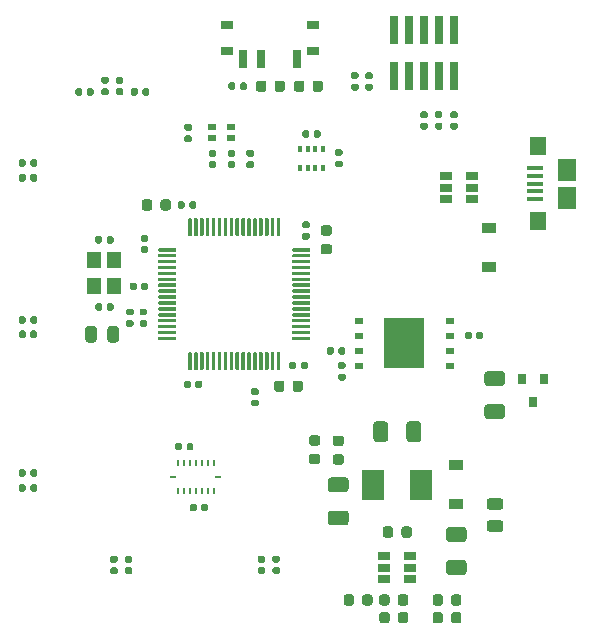
<source format=gbr>
%TF.GenerationSoftware,KiCad,Pcbnew,(5.1.6)-1*%
%TF.CreationDate,2020-10-05T02:21:00+02:00*%
%TF.ProjectId,RBoard,52426f61-7264-42e6-9b69-6361645f7063,rev?*%
%TF.SameCoordinates,Original*%
%TF.FileFunction,Paste,Top*%
%TF.FilePolarity,Positive*%
%FSLAX46Y46*%
G04 Gerber Fmt 4.6, Leading zero omitted, Abs format (unit mm)*
G04 Created by KiCad (PCBNEW (5.1.6)-1) date 2020-10-05 02:21:00*
%MOMM*%
%LPD*%
G01*
G04 APERTURE LIST*
%ADD10R,1.400000X1.600000*%
%ADD11R,1.600000X1.900000*%
%ADD12R,1.350000X0.400000*%
%ADD13R,0.800000X0.550000*%
%ADD14R,3.450000X4.350000*%
%ADD15R,0.750000X0.500000*%
%ADD16R,0.475000X0.250000*%
%ADD17R,0.250000X0.475000*%
%ADD18R,1.200000X0.900000*%
%ADD19R,0.740000X2.400000*%
%ADD20R,1.900000X2.500000*%
%ADD21R,0.800000X0.900000*%
%ADD22R,0.700000X1.500000*%
%ADD23R,1.000000X0.800000*%
%ADD24R,1.060000X0.650000*%
%ADD25R,0.350000X0.500000*%
%ADD26R,1.200000X1.400000*%
G04 APERTURE END LIST*
D10*
%TO.C,J402*%
X177925000Y-38050000D03*
D11*
X180375000Y-40050000D03*
X180375000Y-42450000D03*
D10*
X177925000Y-44450000D03*
D12*
X177700000Y-39950000D03*
X177700000Y-40600000D03*
X177700000Y-41250000D03*
X177700000Y-41900000D03*
X177700000Y-42550000D03*
%TD*%
D13*
%TO.C,D201*%
X150350000Y-37375000D03*
X150350000Y-36475000D03*
X151950000Y-36475000D03*
X151950000Y-37375000D03*
%TD*%
D14*
%TO.C,U201*%
X166600000Y-54750000D03*
D15*
X162770000Y-52850000D03*
X162770000Y-54120000D03*
X162770000Y-56660000D03*
X162770000Y-55390000D03*
X170440000Y-56660000D03*
X170440000Y-55390000D03*
X170440000Y-52850000D03*
X170440000Y-54120000D03*
%TD*%
D16*
%TO.C,U301*%
X147040000Y-66085000D03*
X150860000Y-66075000D03*
D17*
X147450000Y-64925000D03*
X147950000Y-64925000D03*
X148450000Y-64925000D03*
X148950000Y-64915000D03*
X149450000Y-64915000D03*
X149950000Y-64915000D03*
X150450000Y-64915000D03*
X150450000Y-67235000D03*
X149950000Y-67235000D03*
X149450000Y-67235000D03*
X147450000Y-67235000D03*
X147950000Y-67235000D03*
X148450000Y-67235000D03*
X148950000Y-67235000D03*
%TD*%
%TO.C,R208*%
G36*
G01*
X150177500Y-39350000D02*
X150522500Y-39350000D01*
G75*
G02*
X150670000Y-39497500I0J-147500D01*
G01*
X150670000Y-39792500D01*
G75*
G02*
X150522500Y-39940000I-147500J0D01*
G01*
X150177500Y-39940000D01*
G75*
G02*
X150030000Y-39792500I0J147500D01*
G01*
X150030000Y-39497500D01*
G75*
G02*
X150177500Y-39350000I147500J0D01*
G01*
G37*
G36*
G01*
X150177500Y-38380000D02*
X150522500Y-38380000D01*
G75*
G02*
X150670000Y-38527500I0J-147500D01*
G01*
X150670000Y-38822500D01*
G75*
G02*
X150522500Y-38970000I-147500J0D01*
G01*
X150177500Y-38970000D01*
G75*
G02*
X150030000Y-38822500I0J147500D01*
G01*
X150030000Y-38527500D01*
G75*
G02*
X150177500Y-38380000I147500J0D01*
G01*
G37*
%TD*%
%TO.C,R207*%
G36*
G01*
X151777500Y-39350000D02*
X152122500Y-39350000D01*
G75*
G02*
X152270000Y-39497500I0J-147500D01*
G01*
X152270000Y-39792500D01*
G75*
G02*
X152122500Y-39940000I-147500J0D01*
G01*
X151777500Y-39940000D01*
G75*
G02*
X151630000Y-39792500I0J147500D01*
G01*
X151630000Y-39497500D01*
G75*
G02*
X151777500Y-39350000I147500J0D01*
G01*
G37*
G36*
G01*
X151777500Y-38380000D02*
X152122500Y-38380000D01*
G75*
G02*
X152270000Y-38527500I0J-147500D01*
G01*
X152270000Y-38822500D01*
G75*
G02*
X152122500Y-38970000I-147500J0D01*
G01*
X151777500Y-38970000D01*
G75*
G02*
X151630000Y-38822500I0J147500D01*
G01*
X151630000Y-38527500D01*
G75*
G02*
X151777500Y-38380000I147500J0D01*
G01*
G37*
%TD*%
%TO.C,R206*%
G36*
G01*
X153377500Y-39350000D02*
X153722500Y-39350000D01*
G75*
G02*
X153870000Y-39497500I0J-147500D01*
G01*
X153870000Y-39792500D01*
G75*
G02*
X153722500Y-39940000I-147500J0D01*
G01*
X153377500Y-39940000D01*
G75*
G02*
X153230000Y-39792500I0J147500D01*
G01*
X153230000Y-39497500D01*
G75*
G02*
X153377500Y-39350000I147500J0D01*
G01*
G37*
G36*
G01*
X153377500Y-38380000D02*
X153722500Y-38380000D01*
G75*
G02*
X153870000Y-38527500I0J-147500D01*
G01*
X153870000Y-38822500D01*
G75*
G02*
X153722500Y-38970000I-147500J0D01*
G01*
X153377500Y-38970000D01*
G75*
G02*
X153230000Y-38822500I0J147500D01*
G01*
X153230000Y-38527500D01*
G75*
G02*
X153377500Y-38380000I147500J0D01*
G01*
G37*
%TD*%
%TO.C,C100*%
G36*
G01*
X171625000Y-74375000D02*
X170375000Y-74375000D01*
G75*
G02*
X170125000Y-74125000I0J250000D01*
G01*
X170125000Y-73375000D01*
G75*
G02*
X170375000Y-73125000I250000J0D01*
G01*
X171625000Y-73125000D01*
G75*
G02*
X171875000Y-73375000I0J-250000D01*
G01*
X171875000Y-74125000D01*
G75*
G02*
X171625000Y-74375000I-250000J0D01*
G01*
G37*
G36*
G01*
X171625000Y-71575000D02*
X170375000Y-71575000D01*
G75*
G02*
X170125000Y-71325000I0J250000D01*
G01*
X170125000Y-70575000D01*
G75*
G02*
X170375000Y-70325000I250000J0D01*
G01*
X171625000Y-70325000D01*
G75*
G02*
X171875000Y-70575000I0J-250000D01*
G01*
X171875000Y-71325000D01*
G75*
G02*
X171625000Y-71575000I-250000J0D01*
G01*
G37*
%TD*%
%TO.C,C101*%
G36*
G01*
X165650000Y-70493750D02*
X165650000Y-71006250D01*
G75*
G02*
X165431250Y-71225000I-218750J0D01*
G01*
X164993750Y-71225000D01*
G75*
G02*
X164775000Y-71006250I0J218750D01*
G01*
X164775000Y-70493750D01*
G75*
G02*
X164993750Y-70275000I218750J0D01*
G01*
X165431250Y-70275000D01*
G75*
G02*
X165650000Y-70493750I0J-218750D01*
G01*
G37*
G36*
G01*
X167225000Y-70493750D02*
X167225000Y-71006250D01*
G75*
G02*
X167006250Y-71225000I-218750J0D01*
G01*
X166568750Y-71225000D01*
G75*
G02*
X166350000Y-71006250I0J218750D01*
G01*
X166350000Y-70493750D01*
G75*
G02*
X166568750Y-70275000I218750J0D01*
G01*
X167006250Y-70275000D01*
G75*
G02*
X167225000Y-70493750I0J-218750D01*
G01*
G37*
%TD*%
%TO.C,C102*%
G36*
G01*
X160375000Y-66125000D02*
X161625000Y-66125000D01*
G75*
G02*
X161875000Y-66375000I0J-250000D01*
G01*
X161875000Y-67125000D01*
G75*
G02*
X161625000Y-67375000I-250000J0D01*
G01*
X160375000Y-67375000D01*
G75*
G02*
X160125000Y-67125000I0J250000D01*
G01*
X160125000Y-66375000D01*
G75*
G02*
X160375000Y-66125000I250000J0D01*
G01*
G37*
G36*
G01*
X160375000Y-68925000D02*
X161625000Y-68925000D01*
G75*
G02*
X161875000Y-69175000I0J-250000D01*
G01*
X161875000Y-69925000D01*
G75*
G02*
X161625000Y-70175000I-250000J0D01*
G01*
X160375000Y-70175000D01*
G75*
G02*
X160125000Y-69925000I0J250000D01*
G01*
X160125000Y-69175000D01*
G75*
G02*
X160375000Y-68925000I250000J0D01*
G01*
G37*
%TD*%
%TO.C,C103*%
G36*
G01*
X166775000Y-62875000D02*
X166775000Y-61625000D01*
G75*
G02*
X167025000Y-61375000I250000J0D01*
G01*
X167775000Y-61375000D01*
G75*
G02*
X168025000Y-61625000I0J-250000D01*
G01*
X168025000Y-62875000D01*
G75*
G02*
X167775000Y-63125000I-250000J0D01*
G01*
X167025000Y-63125000D01*
G75*
G02*
X166775000Y-62875000I0J250000D01*
G01*
G37*
G36*
G01*
X163975000Y-62875000D02*
X163975000Y-61625000D01*
G75*
G02*
X164225000Y-61375000I250000J0D01*
G01*
X164975000Y-61375000D01*
G75*
G02*
X165225000Y-61625000I0J-250000D01*
G01*
X165225000Y-62875000D01*
G75*
G02*
X164975000Y-63125000I-250000J0D01*
G01*
X164225000Y-63125000D01*
G75*
G02*
X163975000Y-62875000I0J250000D01*
G01*
G37*
%TD*%
%TO.C,C200*%
G36*
G01*
X146825000Y-42793750D02*
X146825000Y-43306250D01*
G75*
G02*
X146606250Y-43525000I-218750J0D01*
G01*
X146168750Y-43525000D01*
G75*
G02*
X145950000Y-43306250I0J218750D01*
G01*
X145950000Y-42793750D01*
G75*
G02*
X146168750Y-42575000I218750J0D01*
G01*
X146606250Y-42575000D01*
G75*
G02*
X146825000Y-42793750I0J-218750D01*
G01*
G37*
G36*
G01*
X145250000Y-42793750D02*
X145250000Y-43306250D01*
G75*
G02*
X145031250Y-43525000I-218750J0D01*
G01*
X144593750Y-43525000D01*
G75*
G02*
X144375000Y-43306250I0J218750D01*
G01*
X144375000Y-42793750D01*
G75*
G02*
X144593750Y-42575000I218750J0D01*
G01*
X145031250Y-42575000D01*
G75*
G02*
X145250000Y-42793750I0J-218750D01*
G01*
G37*
%TD*%
%TO.C,C201*%
G36*
G01*
X144772500Y-46160000D02*
X144427500Y-46160000D01*
G75*
G02*
X144280000Y-46012500I0J147500D01*
G01*
X144280000Y-45717500D01*
G75*
G02*
X144427500Y-45570000I147500J0D01*
G01*
X144772500Y-45570000D01*
G75*
G02*
X144920000Y-45717500I0J-147500D01*
G01*
X144920000Y-46012500D01*
G75*
G02*
X144772500Y-46160000I-147500J0D01*
G01*
G37*
G36*
G01*
X144772500Y-47130000D02*
X144427500Y-47130000D01*
G75*
G02*
X144280000Y-46982500I0J147500D01*
G01*
X144280000Y-46687500D01*
G75*
G02*
X144427500Y-46540000I147500J0D01*
G01*
X144772500Y-46540000D01*
G75*
G02*
X144920000Y-46687500I0J-147500D01*
G01*
X144920000Y-46982500D01*
G75*
G02*
X144772500Y-47130000I-147500J0D01*
G01*
G37*
%TD*%
%TO.C,C202*%
G36*
G01*
X149505000Y-58077500D02*
X149505000Y-58422500D01*
G75*
G02*
X149357500Y-58570000I-147500J0D01*
G01*
X149062500Y-58570000D01*
G75*
G02*
X148915000Y-58422500I0J147500D01*
G01*
X148915000Y-58077500D01*
G75*
G02*
X149062500Y-57930000I147500J0D01*
G01*
X149357500Y-57930000D01*
G75*
G02*
X149505000Y-58077500I0J-147500D01*
G01*
G37*
G36*
G01*
X148535000Y-58077500D02*
X148535000Y-58422500D01*
G75*
G02*
X148387500Y-58570000I-147500J0D01*
G01*
X148092500Y-58570000D01*
G75*
G02*
X147945000Y-58422500I0J147500D01*
G01*
X147945000Y-58077500D01*
G75*
G02*
X148092500Y-57930000I147500J0D01*
G01*
X148387500Y-57930000D01*
G75*
G02*
X148535000Y-58077500I0J-147500D01*
G01*
G37*
%TD*%
%TO.C,C203*%
G36*
G01*
X157825000Y-56822500D02*
X157825000Y-56477500D01*
G75*
G02*
X157972500Y-56330000I147500J0D01*
G01*
X158267500Y-56330000D01*
G75*
G02*
X158415000Y-56477500I0J-147500D01*
G01*
X158415000Y-56822500D01*
G75*
G02*
X158267500Y-56970000I-147500J0D01*
G01*
X157972500Y-56970000D01*
G75*
G02*
X157825000Y-56822500I0J147500D01*
G01*
G37*
G36*
G01*
X156855000Y-56822500D02*
X156855000Y-56477500D01*
G75*
G02*
X157002500Y-56330000I147500J0D01*
G01*
X157297500Y-56330000D01*
G75*
G02*
X157445000Y-56477500I0J-147500D01*
G01*
X157445000Y-56822500D01*
G75*
G02*
X157297500Y-56970000I-147500J0D01*
G01*
X157002500Y-56970000D01*
G75*
G02*
X156855000Y-56822500I0J147500D01*
G01*
G37*
%TD*%
%TO.C,C204*%
G36*
G01*
X158422500Y-45995000D02*
X158077500Y-45995000D01*
G75*
G02*
X157930000Y-45847500I0J147500D01*
G01*
X157930000Y-45552500D01*
G75*
G02*
X158077500Y-45405000I147500J0D01*
G01*
X158422500Y-45405000D01*
G75*
G02*
X158570000Y-45552500I0J-147500D01*
G01*
X158570000Y-45847500D01*
G75*
G02*
X158422500Y-45995000I-147500J0D01*
G01*
G37*
G36*
G01*
X158422500Y-45025000D02*
X158077500Y-45025000D01*
G75*
G02*
X157930000Y-44877500I0J147500D01*
G01*
X157930000Y-44582500D01*
G75*
G02*
X158077500Y-44435000I147500J0D01*
G01*
X158422500Y-44435000D01*
G75*
G02*
X158570000Y-44582500I0J-147500D01*
G01*
X158570000Y-44877500D01*
G75*
G02*
X158422500Y-45025000I-147500J0D01*
G01*
G37*
%TD*%
%TO.C,C205*%
G36*
G01*
X148390000Y-43222500D02*
X148390000Y-42877500D01*
G75*
G02*
X148537500Y-42730000I147500J0D01*
G01*
X148832500Y-42730000D01*
G75*
G02*
X148980000Y-42877500I0J-147500D01*
G01*
X148980000Y-43222500D01*
G75*
G02*
X148832500Y-43370000I-147500J0D01*
G01*
X148537500Y-43370000D01*
G75*
G02*
X148390000Y-43222500I0J147500D01*
G01*
G37*
G36*
G01*
X147420000Y-43222500D02*
X147420000Y-42877500D01*
G75*
G02*
X147567500Y-42730000I147500J0D01*
G01*
X147862500Y-42730000D01*
G75*
G02*
X148010000Y-42877500I0J-147500D01*
G01*
X148010000Y-43222500D01*
G75*
G02*
X147862500Y-43370000I-147500J0D01*
G01*
X147567500Y-43370000D01*
G75*
G02*
X147420000Y-43222500I0J147500D01*
G01*
G37*
%TD*%
%TO.C,C206*%
G36*
G01*
X143522500Y-52410000D02*
X143177500Y-52410000D01*
G75*
G02*
X143030000Y-52262500I0J147500D01*
G01*
X143030000Y-51967500D01*
G75*
G02*
X143177500Y-51820000I147500J0D01*
G01*
X143522500Y-51820000D01*
G75*
G02*
X143670000Y-51967500I0J-147500D01*
G01*
X143670000Y-52262500D01*
G75*
G02*
X143522500Y-52410000I-147500J0D01*
G01*
G37*
G36*
G01*
X143522500Y-53380000D02*
X143177500Y-53380000D01*
G75*
G02*
X143030000Y-53232500I0J147500D01*
G01*
X143030000Y-52937500D01*
G75*
G02*
X143177500Y-52790000I147500J0D01*
G01*
X143522500Y-52790000D01*
G75*
G02*
X143670000Y-52937500I0J-147500D01*
G01*
X143670000Y-53232500D01*
G75*
G02*
X143522500Y-53380000I-147500J0D01*
G01*
G37*
%TD*%
%TO.C,C207*%
G36*
G01*
X144672500Y-53380000D02*
X144327500Y-53380000D01*
G75*
G02*
X144180000Y-53232500I0J147500D01*
G01*
X144180000Y-52937500D01*
G75*
G02*
X144327500Y-52790000I147500J0D01*
G01*
X144672500Y-52790000D01*
G75*
G02*
X144820000Y-52937500I0J-147500D01*
G01*
X144820000Y-53232500D01*
G75*
G02*
X144672500Y-53380000I-147500J0D01*
G01*
G37*
G36*
G01*
X144672500Y-52410000D02*
X144327500Y-52410000D01*
G75*
G02*
X144180000Y-52262500I0J147500D01*
G01*
X144180000Y-51967500D01*
G75*
G02*
X144327500Y-51820000I147500J0D01*
G01*
X144672500Y-51820000D01*
G75*
G02*
X144820000Y-51967500I0J-147500D01*
G01*
X144820000Y-52262500D01*
G75*
G02*
X144672500Y-52410000I-147500J0D01*
G01*
G37*
%TD*%
%TO.C,C208*%
G36*
G01*
X157137500Y-58656250D02*
X157137500Y-58143750D01*
G75*
G02*
X157356250Y-57925000I218750J0D01*
G01*
X157793750Y-57925000D01*
G75*
G02*
X158012500Y-58143750I0J-218750D01*
G01*
X158012500Y-58656250D01*
G75*
G02*
X157793750Y-58875000I-218750J0D01*
G01*
X157356250Y-58875000D01*
G75*
G02*
X157137500Y-58656250I0J218750D01*
G01*
G37*
G36*
G01*
X155562500Y-58656250D02*
X155562500Y-58143750D01*
G75*
G02*
X155781250Y-57925000I218750J0D01*
G01*
X156218750Y-57925000D01*
G75*
G02*
X156437500Y-58143750I0J-218750D01*
G01*
X156437500Y-58656250D01*
G75*
G02*
X156218750Y-58875000I-218750J0D01*
G01*
X155781250Y-58875000D01*
G75*
G02*
X155562500Y-58656250I0J218750D01*
G01*
G37*
%TD*%
%TO.C,C209*%
G36*
G01*
X160256250Y-47237500D02*
X159743750Y-47237500D01*
G75*
G02*
X159525000Y-47018750I0J218750D01*
G01*
X159525000Y-46581250D01*
G75*
G02*
X159743750Y-46362500I218750J0D01*
G01*
X160256250Y-46362500D01*
G75*
G02*
X160475000Y-46581250I0J-218750D01*
G01*
X160475000Y-47018750D01*
G75*
G02*
X160256250Y-47237500I-218750J0D01*
G01*
G37*
G36*
G01*
X160256250Y-45662500D02*
X159743750Y-45662500D01*
G75*
G02*
X159525000Y-45443750I0J218750D01*
G01*
X159525000Y-45006250D01*
G75*
G02*
X159743750Y-44787500I218750J0D01*
G01*
X160256250Y-44787500D01*
G75*
G02*
X160475000Y-45006250I0J-218750D01*
G01*
X160475000Y-45443750D01*
G75*
G02*
X160256250Y-45662500I-218750J0D01*
G01*
G37*
%TD*%
%TO.C,C210*%
G36*
G01*
X141390000Y-46172500D02*
X141390000Y-45827500D01*
G75*
G02*
X141537500Y-45680000I147500J0D01*
G01*
X141832500Y-45680000D01*
G75*
G02*
X141980000Y-45827500I0J-147500D01*
G01*
X141980000Y-46172500D01*
G75*
G02*
X141832500Y-46320000I-147500J0D01*
G01*
X141537500Y-46320000D01*
G75*
G02*
X141390000Y-46172500I0J147500D01*
G01*
G37*
G36*
G01*
X140420000Y-46172500D02*
X140420000Y-45827500D01*
G75*
G02*
X140567500Y-45680000I147500J0D01*
G01*
X140862500Y-45680000D01*
G75*
G02*
X141010000Y-45827500I0J-147500D01*
G01*
X141010000Y-46172500D01*
G75*
G02*
X140862500Y-46320000I-147500J0D01*
G01*
X140567500Y-46320000D01*
G75*
G02*
X140420000Y-46172500I0J147500D01*
G01*
G37*
%TD*%
%TO.C,C211*%
G36*
G01*
X141980000Y-51527500D02*
X141980000Y-51872500D01*
G75*
G02*
X141832500Y-52020000I-147500J0D01*
G01*
X141537500Y-52020000D01*
G75*
G02*
X141390000Y-51872500I0J147500D01*
G01*
X141390000Y-51527500D01*
G75*
G02*
X141537500Y-51380000I147500J0D01*
G01*
X141832500Y-51380000D01*
G75*
G02*
X141980000Y-51527500I0J-147500D01*
G01*
G37*
G36*
G01*
X141010000Y-51527500D02*
X141010000Y-51872500D01*
G75*
G02*
X140862500Y-52020000I-147500J0D01*
G01*
X140567500Y-52020000D01*
G75*
G02*
X140420000Y-51872500I0J147500D01*
G01*
X140420000Y-51527500D01*
G75*
G02*
X140567500Y-51380000I147500J0D01*
G01*
X140862500Y-51380000D01*
G75*
G02*
X141010000Y-51527500I0J-147500D01*
G01*
G37*
%TD*%
%TO.C,C212*%
G36*
G01*
X148127500Y-36180000D02*
X148472500Y-36180000D01*
G75*
G02*
X148620000Y-36327500I0J-147500D01*
G01*
X148620000Y-36622500D01*
G75*
G02*
X148472500Y-36770000I-147500J0D01*
G01*
X148127500Y-36770000D01*
G75*
G02*
X147980000Y-36622500I0J147500D01*
G01*
X147980000Y-36327500D01*
G75*
G02*
X148127500Y-36180000I147500J0D01*
G01*
G37*
G36*
G01*
X148127500Y-37150000D02*
X148472500Y-37150000D01*
G75*
G02*
X148620000Y-37297500I0J-147500D01*
G01*
X148620000Y-37592500D01*
G75*
G02*
X148472500Y-37740000I-147500J0D01*
G01*
X148127500Y-37740000D01*
G75*
G02*
X147980000Y-37592500I0J147500D01*
G01*
X147980000Y-37297500D01*
G75*
G02*
X148127500Y-37150000I147500J0D01*
G01*
G37*
%TD*%
%TO.C,C213*%
G36*
G01*
X161127500Y-56355000D02*
X161472500Y-56355000D01*
G75*
G02*
X161620000Y-56502500I0J-147500D01*
G01*
X161620000Y-56797500D01*
G75*
G02*
X161472500Y-56945000I-147500J0D01*
G01*
X161127500Y-56945000D01*
G75*
G02*
X160980000Y-56797500I0J147500D01*
G01*
X160980000Y-56502500D01*
G75*
G02*
X161127500Y-56355000I147500J0D01*
G01*
G37*
G36*
G01*
X161127500Y-57325000D02*
X161472500Y-57325000D01*
G75*
G02*
X161620000Y-57472500I0J-147500D01*
G01*
X161620000Y-57767500D01*
G75*
G02*
X161472500Y-57915000I-147500J0D01*
G01*
X161127500Y-57915000D01*
G75*
G02*
X160980000Y-57767500I0J147500D01*
G01*
X160980000Y-57472500D01*
G75*
G02*
X161127500Y-57325000I147500J0D01*
G01*
G37*
%TD*%
%TO.C,C300*%
G36*
G01*
X157970000Y-37222500D02*
X157970000Y-36877500D01*
G75*
G02*
X158117500Y-36730000I147500J0D01*
G01*
X158412500Y-36730000D01*
G75*
G02*
X158560000Y-36877500I0J-147500D01*
G01*
X158560000Y-37222500D01*
G75*
G02*
X158412500Y-37370000I-147500J0D01*
G01*
X158117500Y-37370000D01*
G75*
G02*
X157970000Y-37222500I0J147500D01*
G01*
G37*
G36*
G01*
X158940000Y-37222500D02*
X158940000Y-36877500D01*
G75*
G02*
X159087500Y-36730000I147500J0D01*
G01*
X159382500Y-36730000D01*
G75*
G02*
X159530000Y-36877500I0J-147500D01*
G01*
X159530000Y-37222500D01*
G75*
G02*
X159382500Y-37370000I-147500J0D01*
G01*
X159087500Y-37370000D01*
G75*
G02*
X158940000Y-37222500I0J147500D01*
G01*
G37*
%TD*%
%TO.C,C301*%
G36*
G01*
X160877500Y-39290000D02*
X161222500Y-39290000D01*
G75*
G02*
X161370000Y-39437500I0J-147500D01*
G01*
X161370000Y-39732500D01*
G75*
G02*
X161222500Y-39880000I-147500J0D01*
G01*
X160877500Y-39880000D01*
G75*
G02*
X160730000Y-39732500I0J147500D01*
G01*
X160730000Y-39437500D01*
G75*
G02*
X160877500Y-39290000I147500J0D01*
G01*
G37*
G36*
G01*
X160877500Y-38320000D02*
X161222500Y-38320000D01*
G75*
G02*
X161370000Y-38467500I0J-147500D01*
G01*
X161370000Y-38762500D01*
G75*
G02*
X161222500Y-38910000I-147500J0D01*
G01*
X160877500Y-38910000D01*
G75*
G02*
X160730000Y-38762500I0J147500D01*
G01*
X160730000Y-38467500D01*
G75*
G02*
X160877500Y-38320000I147500J0D01*
G01*
G37*
%TD*%
%TO.C,C302*%
G36*
G01*
X149010000Y-68502500D02*
X149010000Y-68847500D01*
G75*
G02*
X148862500Y-68995000I-147500J0D01*
G01*
X148567500Y-68995000D01*
G75*
G02*
X148420000Y-68847500I0J147500D01*
G01*
X148420000Y-68502500D01*
G75*
G02*
X148567500Y-68355000I147500J0D01*
G01*
X148862500Y-68355000D01*
G75*
G02*
X149010000Y-68502500I0J-147500D01*
G01*
G37*
G36*
G01*
X149980000Y-68502500D02*
X149980000Y-68847500D01*
G75*
G02*
X149832500Y-68995000I-147500J0D01*
G01*
X149537500Y-68995000D01*
G75*
G02*
X149390000Y-68847500I0J147500D01*
G01*
X149390000Y-68502500D01*
G75*
G02*
X149537500Y-68355000I147500J0D01*
G01*
X149832500Y-68355000D01*
G75*
G02*
X149980000Y-68502500I0J-147500D01*
G01*
G37*
%TD*%
%TO.C,C303*%
G36*
G01*
X148745000Y-63337500D02*
X148745000Y-63682500D01*
G75*
G02*
X148597500Y-63830000I-147500J0D01*
G01*
X148302500Y-63830000D01*
G75*
G02*
X148155000Y-63682500I0J147500D01*
G01*
X148155000Y-63337500D01*
G75*
G02*
X148302500Y-63190000I147500J0D01*
G01*
X148597500Y-63190000D01*
G75*
G02*
X148745000Y-63337500I0J-147500D01*
G01*
G37*
G36*
G01*
X147775000Y-63337500D02*
X147775000Y-63682500D01*
G75*
G02*
X147627500Y-63830000I-147500J0D01*
G01*
X147332500Y-63830000D01*
G75*
G02*
X147185000Y-63682500I0J147500D01*
G01*
X147185000Y-63337500D01*
G75*
G02*
X147332500Y-63190000I147500J0D01*
G01*
X147627500Y-63190000D01*
G75*
G02*
X147775000Y-63337500I0J-147500D01*
G01*
G37*
%TD*%
%TO.C,C400*%
G36*
G01*
X162572500Y-32395000D02*
X162227500Y-32395000D01*
G75*
G02*
X162080000Y-32247500I0J147500D01*
G01*
X162080000Y-31952500D01*
G75*
G02*
X162227500Y-31805000I147500J0D01*
G01*
X162572500Y-31805000D01*
G75*
G02*
X162720000Y-31952500I0J-147500D01*
G01*
X162720000Y-32247500D01*
G75*
G02*
X162572500Y-32395000I-147500J0D01*
G01*
G37*
G36*
G01*
X162572500Y-33365000D02*
X162227500Y-33365000D01*
G75*
G02*
X162080000Y-33217500I0J147500D01*
G01*
X162080000Y-32922500D01*
G75*
G02*
X162227500Y-32775000I147500J0D01*
G01*
X162572500Y-32775000D01*
G75*
G02*
X162720000Y-32922500I0J-147500D01*
G01*
X162720000Y-33217500D01*
G75*
G02*
X162572500Y-33365000I-147500J0D01*
G01*
G37*
%TD*%
D18*
%TO.C,D100*%
X173775000Y-48275000D03*
X173775000Y-44975000D03*
%TD*%
%TO.C,D101*%
X171000000Y-68400000D03*
X171000000Y-65100000D03*
%TD*%
%TO.C,D102*%
G36*
G01*
X160743750Y-64162500D02*
X161256250Y-64162500D01*
G75*
G02*
X161475000Y-64381250I0J-218750D01*
G01*
X161475000Y-64818750D01*
G75*
G02*
X161256250Y-65037500I-218750J0D01*
G01*
X160743750Y-65037500D01*
G75*
G02*
X160525000Y-64818750I0J218750D01*
G01*
X160525000Y-64381250D01*
G75*
G02*
X160743750Y-64162500I218750J0D01*
G01*
G37*
G36*
G01*
X160743750Y-62587500D02*
X161256250Y-62587500D01*
G75*
G02*
X161475000Y-62806250I0J-218750D01*
G01*
X161475000Y-63243750D01*
G75*
G02*
X161256250Y-63462500I-218750J0D01*
G01*
X160743750Y-63462500D01*
G75*
G02*
X160525000Y-63243750I0J218750D01*
G01*
X160525000Y-62806250D01*
G75*
G02*
X160743750Y-62587500I218750J0D01*
G01*
G37*
%TD*%
%TO.C,D200*%
G36*
G01*
X156487500Y-32743750D02*
X156487500Y-33256250D01*
G75*
G02*
X156268750Y-33475000I-218750J0D01*
G01*
X155831250Y-33475000D01*
G75*
G02*
X155612500Y-33256250I0J218750D01*
G01*
X155612500Y-32743750D01*
G75*
G02*
X155831250Y-32525000I218750J0D01*
G01*
X156268750Y-32525000D01*
G75*
G02*
X156487500Y-32743750I0J-218750D01*
G01*
G37*
G36*
G01*
X154912500Y-32743750D02*
X154912500Y-33256250D01*
G75*
G02*
X154693750Y-33475000I-218750J0D01*
G01*
X154256250Y-33475000D01*
G75*
G02*
X154037500Y-33256250I0J218750D01*
G01*
X154037500Y-32743750D01*
G75*
G02*
X154256250Y-32525000I218750J0D01*
G01*
X154693750Y-32525000D01*
G75*
G02*
X154912500Y-32743750I0J-218750D01*
G01*
G37*
%TD*%
%TO.C,F100*%
G36*
G01*
X174875000Y-61175000D02*
X173625000Y-61175000D01*
G75*
G02*
X173375000Y-60925000I0J250000D01*
G01*
X173375000Y-60175000D01*
G75*
G02*
X173625000Y-59925000I250000J0D01*
G01*
X174875000Y-59925000D01*
G75*
G02*
X175125000Y-60175000I0J-250000D01*
G01*
X175125000Y-60925000D01*
G75*
G02*
X174875000Y-61175000I-250000J0D01*
G01*
G37*
G36*
G01*
X174875000Y-58375000D02*
X173625000Y-58375000D01*
G75*
G02*
X173375000Y-58125000I0J250000D01*
G01*
X173375000Y-57375000D01*
G75*
G02*
X173625000Y-57125000I250000J0D01*
G01*
X174875000Y-57125000D01*
G75*
G02*
X175125000Y-57375000I0J-250000D01*
G01*
X175125000Y-58125000D01*
G75*
G02*
X174875000Y-58375000I-250000J0D01*
G01*
G37*
%TD*%
%TO.C,FB100*%
G36*
G01*
X174731250Y-70737500D02*
X173818750Y-70737500D01*
G75*
G02*
X173575000Y-70493750I0J243750D01*
G01*
X173575000Y-70006250D01*
G75*
G02*
X173818750Y-69762500I243750J0D01*
G01*
X174731250Y-69762500D01*
G75*
G02*
X174975000Y-70006250I0J-243750D01*
G01*
X174975000Y-70493750D01*
G75*
G02*
X174731250Y-70737500I-243750J0D01*
G01*
G37*
G36*
G01*
X174731250Y-68862500D02*
X173818750Y-68862500D01*
G75*
G02*
X173575000Y-68618750I0J243750D01*
G01*
X173575000Y-68131250D01*
G75*
G02*
X173818750Y-67887500I243750J0D01*
G01*
X174731250Y-67887500D01*
G75*
G02*
X174975000Y-68131250I0J-243750D01*
G01*
X174975000Y-68618750D01*
G75*
G02*
X174731250Y-68862500I-243750J0D01*
G01*
G37*
%TD*%
%TO.C,FB200*%
G36*
G01*
X140562500Y-53543750D02*
X140562500Y-54456250D01*
G75*
G02*
X140318750Y-54700000I-243750J0D01*
G01*
X139831250Y-54700000D01*
G75*
G02*
X139587500Y-54456250I0J243750D01*
G01*
X139587500Y-53543750D01*
G75*
G02*
X139831250Y-53300000I243750J0D01*
G01*
X140318750Y-53300000D01*
G75*
G02*
X140562500Y-53543750I0J-243750D01*
G01*
G37*
G36*
G01*
X142437500Y-53543750D02*
X142437500Y-54456250D01*
G75*
G02*
X142193750Y-54700000I-243750J0D01*
G01*
X141706250Y-54700000D01*
G75*
G02*
X141462500Y-54456250I0J243750D01*
G01*
X141462500Y-53543750D01*
G75*
G02*
X141706250Y-53300000I243750J0D01*
G01*
X142193750Y-53300000D01*
G75*
G02*
X142437500Y-53543750I0J-243750D01*
G01*
G37*
%TD*%
D19*
%TO.C,J401*%
X170790000Y-28200000D03*
X170790000Y-32100000D03*
X169520000Y-28200000D03*
X169520000Y-32100000D03*
X168250000Y-28200000D03*
X168250000Y-32100000D03*
X166980000Y-28200000D03*
X166980000Y-32100000D03*
X165710000Y-28200000D03*
X165710000Y-32100000D03*
%TD*%
D20*
%TO.C,L101*%
X168050000Y-66750000D03*
X163950000Y-66750000D03*
%TD*%
D21*
%TO.C,Q100*%
X178450000Y-57750000D03*
X176550000Y-57750000D03*
X177500000Y-59750000D03*
%TD*%
%TO.C,R100*%
G36*
G01*
X171437500Y-76243750D02*
X171437500Y-76756250D01*
G75*
G02*
X171218750Y-76975000I-218750J0D01*
G01*
X170781250Y-76975000D01*
G75*
G02*
X170562500Y-76756250I0J218750D01*
G01*
X170562500Y-76243750D01*
G75*
G02*
X170781250Y-76025000I218750J0D01*
G01*
X171218750Y-76025000D01*
G75*
G02*
X171437500Y-76243750I0J-218750D01*
G01*
G37*
G36*
G01*
X169862500Y-76243750D02*
X169862500Y-76756250D01*
G75*
G02*
X169643750Y-76975000I-218750J0D01*
G01*
X169206250Y-76975000D01*
G75*
G02*
X168987500Y-76756250I0J218750D01*
G01*
X168987500Y-76243750D01*
G75*
G02*
X169206250Y-76025000I218750J0D01*
G01*
X169643750Y-76025000D01*
G75*
G02*
X169862500Y-76243750I0J-218750D01*
G01*
G37*
%TD*%
%TO.C,R101*%
G36*
G01*
X170562500Y-78256250D02*
X170562500Y-77743750D01*
G75*
G02*
X170781250Y-77525000I218750J0D01*
G01*
X171218750Y-77525000D01*
G75*
G02*
X171437500Y-77743750I0J-218750D01*
G01*
X171437500Y-78256250D01*
G75*
G02*
X171218750Y-78475000I-218750J0D01*
G01*
X170781250Y-78475000D01*
G75*
G02*
X170562500Y-78256250I0J218750D01*
G01*
G37*
G36*
G01*
X168987500Y-78256250D02*
X168987500Y-77743750D01*
G75*
G02*
X169206250Y-77525000I218750J0D01*
G01*
X169643750Y-77525000D01*
G75*
G02*
X169862500Y-77743750I0J-218750D01*
G01*
X169862500Y-78256250D01*
G75*
G02*
X169643750Y-78475000I-218750J0D01*
G01*
X169206250Y-78475000D01*
G75*
G02*
X168987500Y-78256250I0J218750D01*
G01*
G37*
%TD*%
%TO.C,R102*%
G36*
G01*
X163037500Y-76756250D02*
X163037500Y-76243750D01*
G75*
G02*
X163256250Y-76025000I218750J0D01*
G01*
X163693750Y-76025000D01*
G75*
G02*
X163912500Y-76243750I0J-218750D01*
G01*
X163912500Y-76756250D01*
G75*
G02*
X163693750Y-76975000I-218750J0D01*
G01*
X163256250Y-76975000D01*
G75*
G02*
X163037500Y-76756250I0J218750D01*
G01*
G37*
G36*
G01*
X161462500Y-76756250D02*
X161462500Y-76243750D01*
G75*
G02*
X161681250Y-76025000I218750J0D01*
G01*
X162118750Y-76025000D01*
G75*
G02*
X162337500Y-76243750I0J-218750D01*
G01*
X162337500Y-76756250D01*
G75*
G02*
X162118750Y-76975000I-218750J0D01*
G01*
X161681250Y-76975000D01*
G75*
G02*
X161462500Y-76756250I0J218750D01*
G01*
G37*
%TD*%
%TO.C,R103*%
G36*
G01*
X164475000Y-76756250D02*
X164475000Y-76243750D01*
G75*
G02*
X164693750Y-76025000I218750J0D01*
G01*
X165131250Y-76025000D01*
G75*
G02*
X165350000Y-76243750I0J-218750D01*
G01*
X165350000Y-76756250D01*
G75*
G02*
X165131250Y-76975000I-218750J0D01*
G01*
X164693750Y-76975000D01*
G75*
G02*
X164475000Y-76756250I0J218750D01*
G01*
G37*
G36*
G01*
X166050000Y-76756250D02*
X166050000Y-76243750D01*
G75*
G02*
X166268750Y-76025000I218750J0D01*
G01*
X166706250Y-76025000D01*
G75*
G02*
X166925000Y-76243750I0J-218750D01*
G01*
X166925000Y-76756250D01*
G75*
G02*
X166706250Y-76975000I-218750J0D01*
G01*
X166268750Y-76975000D01*
G75*
G02*
X166050000Y-76756250I0J218750D01*
G01*
G37*
%TD*%
%TO.C,R104*%
G36*
G01*
X165350000Y-77743750D02*
X165350000Y-78256250D01*
G75*
G02*
X165131250Y-78475000I-218750J0D01*
G01*
X164693750Y-78475000D01*
G75*
G02*
X164475000Y-78256250I0J218750D01*
G01*
X164475000Y-77743750D01*
G75*
G02*
X164693750Y-77525000I218750J0D01*
G01*
X165131250Y-77525000D01*
G75*
G02*
X165350000Y-77743750I0J-218750D01*
G01*
G37*
G36*
G01*
X166925000Y-77743750D02*
X166925000Y-78256250D01*
G75*
G02*
X166706250Y-78475000I-218750J0D01*
G01*
X166268750Y-78475000D01*
G75*
G02*
X166050000Y-78256250I0J218750D01*
G01*
X166050000Y-77743750D01*
G75*
G02*
X166268750Y-77525000I218750J0D01*
G01*
X166706250Y-77525000D01*
G75*
G02*
X166925000Y-77743750I0J-218750D01*
G01*
G37*
%TD*%
%TO.C,R105*%
G36*
G01*
X158743750Y-62562500D02*
X159256250Y-62562500D01*
G75*
G02*
X159475000Y-62781250I0J-218750D01*
G01*
X159475000Y-63218750D01*
G75*
G02*
X159256250Y-63437500I-218750J0D01*
G01*
X158743750Y-63437500D01*
G75*
G02*
X158525000Y-63218750I0J218750D01*
G01*
X158525000Y-62781250D01*
G75*
G02*
X158743750Y-62562500I218750J0D01*
G01*
G37*
G36*
G01*
X158743750Y-64137500D02*
X159256250Y-64137500D01*
G75*
G02*
X159475000Y-64356250I0J-218750D01*
G01*
X159475000Y-64793750D01*
G75*
G02*
X159256250Y-65012500I-218750J0D01*
G01*
X158743750Y-65012500D01*
G75*
G02*
X158525000Y-64793750I0J218750D01*
G01*
X158525000Y-64356250D01*
G75*
G02*
X158743750Y-64137500I218750J0D01*
G01*
G37*
%TD*%
%TO.C,R200*%
G36*
G01*
X143925000Y-49777500D02*
X143925000Y-50122500D01*
G75*
G02*
X143777500Y-50270000I-147500J0D01*
G01*
X143482500Y-50270000D01*
G75*
G02*
X143335000Y-50122500I0J147500D01*
G01*
X143335000Y-49777500D01*
G75*
G02*
X143482500Y-49630000I147500J0D01*
G01*
X143777500Y-49630000D01*
G75*
G02*
X143925000Y-49777500I0J-147500D01*
G01*
G37*
G36*
G01*
X144895000Y-49777500D02*
X144895000Y-50122500D01*
G75*
G02*
X144747500Y-50270000I-147500J0D01*
G01*
X144452500Y-50270000D01*
G75*
G02*
X144305000Y-50122500I0J147500D01*
G01*
X144305000Y-49777500D01*
G75*
G02*
X144452500Y-49630000I147500J0D01*
G01*
X144747500Y-49630000D01*
G75*
G02*
X144895000Y-49777500I0J-147500D01*
G01*
G37*
%TD*%
%TO.C,R201*%
G36*
G01*
X152300000Y-32827500D02*
X152300000Y-33172500D01*
G75*
G02*
X152152500Y-33320000I-147500J0D01*
G01*
X151857500Y-33320000D01*
G75*
G02*
X151710000Y-33172500I0J147500D01*
G01*
X151710000Y-32827500D01*
G75*
G02*
X151857500Y-32680000I147500J0D01*
G01*
X152152500Y-32680000D01*
G75*
G02*
X152300000Y-32827500I0J-147500D01*
G01*
G37*
G36*
G01*
X153270000Y-32827500D02*
X153270000Y-33172500D01*
G75*
G02*
X153122500Y-33320000I-147500J0D01*
G01*
X152827500Y-33320000D01*
G75*
G02*
X152680000Y-33172500I0J147500D01*
G01*
X152680000Y-32827500D01*
G75*
G02*
X152827500Y-32680000I147500J0D01*
G01*
X153122500Y-32680000D01*
G75*
G02*
X153270000Y-32827500I0J-147500D01*
G01*
G37*
%TD*%
%TO.C,R202*%
G36*
G01*
X159700000Y-32743750D02*
X159700000Y-33256250D01*
G75*
G02*
X159481250Y-33475000I-218750J0D01*
G01*
X159043750Y-33475000D01*
G75*
G02*
X158825000Y-33256250I0J218750D01*
G01*
X158825000Y-32743750D01*
G75*
G02*
X159043750Y-32525000I218750J0D01*
G01*
X159481250Y-32525000D01*
G75*
G02*
X159700000Y-32743750I0J-218750D01*
G01*
G37*
G36*
G01*
X158125000Y-32743750D02*
X158125000Y-33256250D01*
G75*
G02*
X157906250Y-33475000I-218750J0D01*
G01*
X157468750Y-33475000D01*
G75*
G02*
X157250000Y-33256250I0J218750D01*
G01*
X157250000Y-32743750D01*
G75*
G02*
X157468750Y-32525000I218750J0D01*
G01*
X157906250Y-32525000D01*
G75*
G02*
X158125000Y-32743750I0J-218750D01*
G01*
G37*
%TD*%
%TO.C,R203*%
G36*
G01*
X153777500Y-58555000D02*
X154122500Y-58555000D01*
G75*
G02*
X154270000Y-58702500I0J-147500D01*
G01*
X154270000Y-58997500D01*
G75*
G02*
X154122500Y-59145000I-147500J0D01*
G01*
X153777500Y-59145000D01*
G75*
G02*
X153630000Y-58997500I0J147500D01*
G01*
X153630000Y-58702500D01*
G75*
G02*
X153777500Y-58555000I147500J0D01*
G01*
G37*
G36*
G01*
X153777500Y-59525000D02*
X154122500Y-59525000D01*
G75*
G02*
X154270000Y-59672500I0J-147500D01*
G01*
X154270000Y-59967500D01*
G75*
G02*
X154122500Y-60115000I-147500J0D01*
G01*
X153777500Y-60115000D01*
G75*
G02*
X153630000Y-59967500I0J147500D01*
G01*
X153630000Y-59672500D01*
G75*
G02*
X153777500Y-59525000I147500J0D01*
G01*
G37*
%TD*%
%TO.C,R204*%
G36*
G01*
X145005000Y-33302500D02*
X145005000Y-33647500D01*
G75*
G02*
X144857500Y-33795000I-147500J0D01*
G01*
X144562500Y-33795000D01*
G75*
G02*
X144415000Y-33647500I0J147500D01*
G01*
X144415000Y-33302500D01*
G75*
G02*
X144562500Y-33155000I147500J0D01*
G01*
X144857500Y-33155000D01*
G75*
G02*
X145005000Y-33302500I0J-147500D01*
G01*
G37*
G36*
G01*
X144035000Y-33302500D02*
X144035000Y-33647500D01*
G75*
G02*
X143887500Y-33795000I-147500J0D01*
G01*
X143592500Y-33795000D01*
G75*
G02*
X143445000Y-33647500I0J147500D01*
G01*
X143445000Y-33302500D01*
G75*
G02*
X143592500Y-33155000I147500J0D01*
G01*
X143887500Y-33155000D01*
G75*
G02*
X144035000Y-33302500I0J-147500D01*
G01*
G37*
%TD*%
%TO.C,R205*%
G36*
G01*
X138735000Y-33647500D02*
X138735000Y-33302500D01*
G75*
G02*
X138882500Y-33155000I147500J0D01*
G01*
X139177500Y-33155000D01*
G75*
G02*
X139325000Y-33302500I0J-147500D01*
G01*
X139325000Y-33647500D01*
G75*
G02*
X139177500Y-33795000I-147500J0D01*
G01*
X138882500Y-33795000D01*
G75*
G02*
X138735000Y-33647500I0J147500D01*
G01*
G37*
G36*
G01*
X139705000Y-33647500D02*
X139705000Y-33302500D01*
G75*
G02*
X139852500Y-33155000I147500J0D01*
G01*
X140147500Y-33155000D01*
G75*
G02*
X140295000Y-33302500I0J-147500D01*
G01*
X140295000Y-33647500D01*
G75*
G02*
X140147500Y-33795000I-147500J0D01*
G01*
X139852500Y-33795000D01*
G75*
G02*
X139705000Y-33647500I0J147500D01*
G01*
G37*
%TD*%
%TO.C,R209*%
G36*
G01*
X172295000Y-53927500D02*
X172295000Y-54272500D01*
G75*
G02*
X172147500Y-54420000I-147500J0D01*
G01*
X171852500Y-54420000D01*
G75*
G02*
X171705000Y-54272500I0J147500D01*
G01*
X171705000Y-53927500D01*
G75*
G02*
X171852500Y-53780000I147500J0D01*
G01*
X172147500Y-53780000D01*
G75*
G02*
X172295000Y-53927500I0J-147500D01*
G01*
G37*
G36*
G01*
X173265000Y-53927500D02*
X173265000Y-54272500D01*
G75*
G02*
X173117500Y-54420000I-147500J0D01*
G01*
X172822500Y-54420000D01*
G75*
G02*
X172675000Y-54272500I0J147500D01*
G01*
X172675000Y-53927500D01*
G75*
G02*
X172822500Y-53780000I147500J0D01*
G01*
X173117500Y-53780000D01*
G75*
G02*
X173265000Y-53927500I0J-147500D01*
G01*
G37*
%TD*%
%TO.C,R210*%
G36*
G01*
X161005000Y-55572500D02*
X161005000Y-55227500D01*
G75*
G02*
X161152500Y-55080000I147500J0D01*
G01*
X161447500Y-55080000D01*
G75*
G02*
X161595000Y-55227500I0J-147500D01*
G01*
X161595000Y-55572500D01*
G75*
G02*
X161447500Y-55720000I-147500J0D01*
G01*
X161152500Y-55720000D01*
G75*
G02*
X161005000Y-55572500I0J147500D01*
G01*
G37*
G36*
G01*
X160035000Y-55572500D02*
X160035000Y-55227500D01*
G75*
G02*
X160182500Y-55080000I147500J0D01*
G01*
X160477500Y-55080000D01*
G75*
G02*
X160625000Y-55227500I0J-147500D01*
G01*
X160625000Y-55572500D01*
G75*
G02*
X160477500Y-55720000I-147500J0D01*
G01*
X160182500Y-55720000D01*
G75*
G02*
X160035000Y-55572500I0J147500D01*
G01*
G37*
%TD*%
%TO.C,R400*%
G36*
G01*
X170972500Y-36665000D02*
X170627500Y-36665000D01*
G75*
G02*
X170480000Y-36517500I0J147500D01*
G01*
X170480000Y-36222500D01*
G75*
G02*
X170627500Y-36075000I147500J0D01*
G01*
X170972500Y-36075000D01*
G75*
G02*
X171120000Y-36222500I0J-147500D01*
G01*
X171120000Y-36517500D01*
G75*
G02*
X170972500Y-36665000I-147500J0D01*
G01*
G37*
G36*
G01*
X170972500Y-35695000D02*
X170627500Y-35695000D01*
G75*
G02*
X170480000Y-35547500I0J147500D01*
G01*
X170480000Y-35252500D01*
G75*
G02*
X170627500Y-35105000I147500J0D01*
G01*
X170972500Y-35105000D01*
G75*
G02*
X171120000Y-35252500I0J-147500D01*
G01*
X171120000Y-35547500D01*
G75*
G02*
X170972500Y-35695000I-147500J0D01*
G01*
G37*
%TD*%
%TO.C,R401*%
G36*
G01*
X169672500Y-35695000D02*
X169327500Y-35695000D01*
G75*
G02*
X169180000Y-35547500I0J147500D01*
G01*
X169180000Y-35252500D01*
G75*
G02*
X169327500Y-35105000I147500J0D01*
G01*
X169672500Y-35105000D01*
G75*
G02*
X169820000Y-35252500I0J-147500D01*
G01*
X169820000Y-35547500D01*
G75*
G02*
X169672500Y-35695000I-147500J0D01*
G01*
G37*
G36*
G01*
X169672500Y-36665000D02*
X169327500Y-36665000D01*
G75*
G02*
X169180000Y-36517500I0J147500D01*
G01*
X169180000Y-36222500D01*
G75*
G02*
X169327500Y-36075000I147500J0D01*
G01*
X169672500Y-36075000D01*
G75*
G02*
X169820000Y-36222500I0J-147500D01*
G01*
X169820000Y-36517500D01*
G75*
G02*
X169672500Y-36665000I-147500J0D01*
G01*
G37*
%TD*%
%TO.C,R402*%
G36*
G01*
X168422500Y-36680000D02*
X168077500Y-36680000D01*
G75*
G02*
X167930000Y-36532500I0J147500D01*
G01*
X167930000Y-36237500D01*
G75*
G02*
X168077500Y-36090000I147500J0D01*
G01*
X168422500Y-36090000D01*
G75*
G02*
X168570000Y-36237500I0J-147500D01*
G01*
X168570000Y-36532500D01*
G75*
G02*
X168422500Y-36680000I-147500J0D01*
G01*
G37*
G36*
G01*
X168422500Y-35710000D02*
X168077500Y-35710000D01*
G75*
G02*
X167930000Y-35562500I0J147500D01*
G01*
X167930000Y-35267500D01*
G75*
G02*
X168077500Y-35120000I147500J0D01*
G01*
X168422500Y-35120000D01*
G75*
G02*
X168570000Y-35267500I0J-147500D01*
G01*
X168570000Y-35562500D01*
G75*
G02*
X168422500Y-35710000I-147500J0D01*
G01*
G37*
%TD*%
%TO.C,R403*%
G36*
G01*
X163772500Y-33365000D02*
X163427500Y-33365000D01*
G75*
G02*
X163280000Y-33217500I0J147500D01*
G01*
X163280000Y-32922500D01*
G75*
G02*
X163427500Y-32775000I147500J0D01*
G01*
X163772500Y-32775000D01*
G75*
G02*
X163920000Y-32922500I0J-147500D01*
G01*
X163920000Y-33217500D01*
G75*
G02*
X163772500Y-33365000I-147500J0D01*
G01*
G37*
G36*
G01*
X163772500Y-32395000D02*
X163427500Y-32395000D01*
G75*
G02*
X163280000Y-32247500I0J147500D01*
G01*
X163280000Y-31952500D01*
G75*
G02*
X163427500Y-31805000I147500J0D01*
G01*
X163772500Y-31805000D01*
G75*
G02*
X163920000Y-31952500I0J-147500D01*
G01*
X163920000Y-32247500D01*
G75*
G02*
X163772500Y-32395000I-147500J0D01*
G01*
G37*
%TD*%
%TO.C,R404*%
G36*
G01*
X142327500Y-32205000D02*
X142672500Y-32205000D01*
G75*
G02*
X142820000Y-32352500I0J-147500D01*
G01*
X142820000Y-32647500D01*
G75*
G02*
X142672500Y-32795000I-147500J0D01*
G01*
X142327500Y-32795000D01*
G75*
G02*
X142180000Y-32647500I0J147500D01*
G01*
X142180000Y-32352500D01*
G75*
G02*
X142327500Y-32205000I147500J0D01*
G01*
G37*
G36*
G01*
X142327500Y-33175000D02*
X142672500Y-33175000D01*
G75*
G02*
X142820000Y-33322500I0J-147500D01*
G01*
X142820000Y-33617500D01*
G75*
G02*
X142672500Y-33765000I-147500J0D01*
G01*
X142327500Y-33765000D01*
G75*
G02*
X142180000Y-33617500I0J147500D01*
G01*
X142180000Y-33322500D01*
G75*
G02*
X142327500Y-33175000I147500J0D01*
G01*
G37*
%TD*%
%TO.C,R405*%
G36*
G01*
X141077500Y-33175000D02*
X141422500Y-33175000D01*
G75*
G02*
X141570000Y-33322500I0J-147500D01*
G01*
X141570000Y-33617500D01*
G75*
G02*
X141422500Y-33765000I-147500J0D01*
G01*
X141077500Y-33765000D01*
G75*
G02*
X140930000Y-33617500I0J147500D01*
G01*
X140930000Y-33322500D01*
G75*
G02*
X141077500Y-33175000I147500J0D01*
G01*
G37*
G36*
G01*
X141077500Y-32205000D02*
X141422500Y-32205000D01*
G75*
G02*
X141570000Y-32352500I0J-147500D01*
G01*
X141570000Y-32647500D01*
G75*
G02*
X141422500Y-32795000I-147500J0D01*
G01*
X141077500Y-32795000D01*
G75*
G02*
X140930000Y-32647500I0J147500D01*
G01*
X140930000Y-32352500D01*
G75*
G02*
X141077500Y-32205000I147500J0D01*
G01*
G37*
%TD*%
%TO.C,R406*%
G36*
G01*
X154672500Y-74295000D02*
X154327500Y-74295000D01*
G75*
G02*
X154180000Y-74147500I0J147500D01*
G01*
X154180000Y-73852500D01*
G75*
G02*
X154327500Y-73705000I147500J0D01*
G01*
X154672500Y-73705000D01*
G75*
G02*
X154820000Y-73852500I0J-147500D01*
G01*
X154820000Y-74147500D01*
G75*
G02*
X154672500Y-74295000I-147500J0D01*
G01*
G37*
G36*
G01*
X154672500Y-73325000D02*
X154327500Y-73325000D01*
G75*
G02*
X154180000Y-73177500I0J147500D01*
G01*
X154180000Y-72882500D01*
G75*
G02*
X154327500Y-72735000I147500J0D01*
G01*
X154672500Y-72735000D01*
G75*
G02*
X154820000Y-72882500I0J-147500D01*
G01*
X154820000Y-73177500D01*
G75*
G02*
X154672500Y-73325000I-147500J0D01*
G01*
G37*
%TD*%
%TO.C,R407*%
G36*
G01*
X155922500Y-73325000D02*
X155577500Y-73325000D01*
G75*
G02*
X155430000Y-73177500I0J147500D01*
G01*
X155430000Y-72882500D01*
G75*
G02*
X155577500Y-72735000I147500J0D01*
G01*
X155922500Y-72735000D01*
G75*
G02*
X156070000Y-72882500I0J-147500D01*
G01*
X156070000Y-73177500D01*
G75*
G02*
X155922500Y-73325000I-147500J0D01*
G01*
G37*
G36*
G01*
X155922500Y-74295000D02*
X155577500Y-74295000D01*
G75*
G02*
X155430000Y-74147500I0J147500D01*
G01*
X155430000Y-73852500D01*
G75*
G02*
X155577500Y-73705000I147500J0D01*
G01*
X155922500Y-73705000D01*
G75*
G02*
X156070000Y-73852500I0J-147500D01*
G01*
X156070000Y-74147500D01*
G75*
G02*
X155922500Y-74295000I-147500J0D01*
G01*
G37*
%TD*%
%TO.C,R408*%
G36*
G01*
X142172500Y-74320000D02*
X141827500Y-74320000D01*
G75*
G02*
X141680000Y-74172500I0J147500D01*
G01*
X141680000Y-73877500D01*
G75*
G02*
X141827500Y-73730000I147500J0D01*
G01*
X142172500Y-73730000D01*
G75*
G02*
X142320000Y-73877500I0J-147500D01*
G01*
X142320000Y-74172500D01*
G75*
G02*
X142172500Y-74320000I-147500J0D01*
G01*
G37*
G36*
G01*
X142172500Y-73350000D02*
X141827500Y-73350000D01*
G75*
G02*
X141680000Y-73202500I0J147500D01*
G01*
X141680000Y-72907500D01*
G75*
G02*
X141827500Y-72760000I147500J0D01*
G01*
X142172500Y-72760000D01*
G75*
G02*
X142320000Y-72907500I0J-147500D01*
G01*
X142320000Y-73202500D01*
G75*
G02*
X142172500Y-73350000I-147500J0D01*
G01*
G37*
%TD*%
%TO.C,R409*%
G36*
G01*
X143422500Y-73360000D02*
X143077500Y-73360000D01*
G75*
G02*
X142930000Y-73212500I0J147500D01*
G01*
X142930000Y-72917500D01*
G75*
G02*
X143077500Y-72770000I147500J0D01*
G01*
X143422500Y-72770000D01*
G75*
G02*
X143570000Y-72917500I0J-147500D01*
G01*
X143570000Y-73212500D01*
G75*
G02*
X143422500Y-73360000I-147500J0D01*
G01*
G37*
G36*
G01*
X143422500Y-74330000D02*
X143077500Y-74330000D01*
G75*
G02*
X142930000Y-74182500I0J147500D01*
G01*
X142930000Y-73887500D01*
G75*
G02*
X143077500Y-73740000I147500J0D01*
G01*
X143422500Y-73740000D01*
G75*
G02*
X143570000Y-73887500I0J-147500D01*
G01*
X143570000Y-74182500D01*
G75*
G02*
X143422500Y-74330000I-147500J0D01*
G01*
G37*
%TD*%
%TO.C,R410*%
G36*
G01*
X133955000Y-65922500D02*
X133955000Y-65577500D01*
G75*
G02*
X134102500Y-65430000I147500J0D01*
G01*
X134397500Y-65430000D01*
G75*
G02*
X134545000Y-65577500I0J-147500D01*
G01*
X134545000Y-65922500D01*
G75*
G02*
X134397500Y-66070000I-147500J0D01*
G01*
X134102500Y-66070000D01*
G75*
G02*
X133955000Y-65922500I0J147500D01*
G01*
G37*
G36*
G01*
X134925000Y-65922500D02*
X134925000Y-65577500D01*
G75*
G02*
X135072500Y-65430000I147500J0D01*
G01*
X135367500Y-65430000D01*
G75*
G02*
X135515000Y-65577500I0J-147500D01*
G01*
X135515000Y-65922500D01*
G75*
G02*
X135367500Y-66070000I-147500J0D01*
G01*
X135072500Y-66070000D01*
G75*
G02*
X134925000Y-65922500I0J147500D01*
G01*
G37*
%TD*%
%TO.C,R411*%
G36*
G01*
X133955000Y-67172500D02*
X133955000Y-66827500D01*
G75*
G02*
X134102500Y-66680000I147500J0D01*
G01*
X134397500Y-66680000D01*
G75*
G02*
X134545000Y-66827500I0J-147500D01*
G01*
X134545000Y-67172500D01*
G75*
G02*
X134397500Y-67320000I-147500J0D01*
G01*
X134102500Y-67320000D01*
G75*
G02*
X133955000Y-67172500I0J147500D01*
G01*
G37*
G36*
G01*
X134925000Y-67172500D02*
X134925000Y-66827500D01*
G75*
G02*
X135072500Y-66680000I147500J0D01*
G01*
X135367500Y-66680000D01*
G75*
G02*
X135515000Y-66827500I0J-147500D01*
G01*
X135515000Y-67172500D01*
G75*
G02*
X135367500Y-67320000I-147500J0D01*
G01*
X135072500Y-67320000D01*
G75*
G02*
X134925000Y-67172500I0J147500D01*
G01*
G37*
%TD*%
%TO.C,R412*%
G36*
G01*
X133955000Y-39672500D02*
X133955000Y-39327500D01*
G75*
G02*
X134102500Y-39180000I147500J0D01*
G01*
X134397500Y-39180000D01*
G75*
G02*
X134545000Y-39327500I0J-147500D01*
G01*
X134545000Y-39672500D01*
G75*
G02*
X134397500Y-39820000I-147500J0D01*
G01*
X134102500Y-39820000D01*
G75*
G02*
X133955000Y-39672500I0J147500D01*
G01*
G37*
G36*
G01*
X134925000Y-39672500D02*
X134925000Y-39327500D01*
G75*
G02*
X135072500Y-39180000I147500J0D01*
G01*
X135367500Y-39180000D01*
G75*
G02*
X135515000Y-39327500I0J-147500D01*
G01*
X135515000Y-39672500D01*
G75*
G02*
X135367500Y-39820000I-147500J0D01*
G01*
X135072500Y-39820000D01*
G75*
G02*
X134925000Y-39672500I0J147500D01*
G01*
G37*
%TD*%
%TO.C,R413*%
G36*
G01*
X134925000Y-40922500D02*
X134925000Y-40577500D01*
G75*
G02*
X135072500Y-40430000I147500J0D01*
G01*
X135367500Y-40430000D01*
G75*
G02*
X135515000Y-40577500I0J-147500D01*
G01*
X135515000Y-40922500D01*
G75*
G02*
X135367500Y-41070000I-147500J0D01*
G01*
X135072500Y-41070000D01*
G75*
G02*
X134925000Y-40922500I0J147500D01*
G01*
G37*
G36*
G01*
X133955000Y-40922500D02*
X133955000Y-40577500D01*
G75*
G02*
X134102500Y-40430000I147500J0D01*
G01*
X134397500Y-40430000D01*
G75*
G02*
X134545000Y-40577500I0J-147500D01*
G01*
X134545000Y-40922500D01*
G75*
G02*
X134397500Y-41070000I-147500J0D01*
G01*
X134102500Y-41070000D01*
G75*
G02*
X133955000Y-40922500I0J147500D01*
G01*
G37*
%TD*%
%TO.C,R414*%
G36*
G01*
X133955000Y-52947500D02*
X133955000Y-52602500D01*
G75*
G02*
X134102500Y-52455000I147500J0D01*
G01*
X134397500Y-52455000D01*
G75*
G02*
X134545000Y-52602500I0J-147500D01*
G01*
X134545000Y-52947500D01*
G75*
G02*
X134397500Y-53095000I-147500J0D01*
G01*
X134102500Y-53095000D01*
G75*
G02*
X133955000Y-52947500I0J147500D01*
G01*
G37*
G36*
G01*
X134925000Y-52947500D02*
X134925000Y-52602500D01*
G75*
G02*
X135072500Y-52455000I147500J0D01*
G01*
X135367500Y-52455000D01*
G75*
G02*
X135515000Y-52602500I0J-147500D01*
G01*
X135515000Y-52947500D01*
G75*
G02*
X135367500Y-53095000I-147500J0D01*
G01*
X135072500Y-53095000D01*
G75*
G02*
X134925000Y-52947500I0J147500D01*
G01*
G37*
%TD*%
%TO.C,R415*%
G36*
G01*
X134925000Y-54172500D02*
X134925000Y-53827500D01*
G75*
G02*
X135072500Y-53680000I147500J0D01*
G01*
X135367500Y-53680000D01*
G75*
G02*
X135515000Y-53827500I0J-147500D01*
G01*
X135515000Y-54172500D01*
G75*
G02*
X135367500Y-54320000I-147500J0D01*
G01*
X135072500Y-54320000D01*
G75*
G02*
X134925000Y-54172500I0J147500D01*
G01*
G37*
G36*
G01*
X133955000Y-54172500D02*
X133955000Y-53827500D01*
G75*
G02*
X134102500Y-53680000I147500J0D01*
G01*
X134397500Y-53680000D01*
G75*
G02*
X134545000Y-53827500I0J-147500D01*
G01*
X134545000Y-54172500D01*
G75*
G02*
X134397500Y-54320000I-147500J0D01*
G01*
X134102500Y-54320000D01*
G75*
G02*
X133955000Y-54172500I0J147500D01*
G01*
G37*
%TD*%
D22*
%TO.C,SW200*%
X157475000Y-30680000D03*
X154475000Y-30680000D03*
X152975000Y-30680000D03*
D23*
X158875000Y-27820000D03*
X151575000Y-27820000D03*
X151575000Y-30030000D03*
X158875000Y-30030000D03*
%TD*%
D24*
%TO.C,U100*%
X164900000Y-72800000D03*
X164900000Y-73750000D03*
X164900000Y-74700000D03*
X167100000Y-74700000D03*
X167100000Y-72800000D03*
X167100000Y-73750000D03*
%TD*%
%TO.C,U200*%
G36*
G01*
X145750000Y-46925000D02*
X145750000Y-46775000D01*
G75*
G02*
X145825000Y-46700000I75000J0D01*
G01*
X147225000Y-46700000D01*
G75*
G02*
X147300000Y-46775000I0J-75000D01*
G01*
X147300000Y-46925000D01*
G75*
G02*
X147225000Y-47000000I-75000J0D01*
G01*
X145825000Y-47000000D01*
G75*
G02*
X145750000Y-46925000I0J75000D01*
G01*
G37*
G36*
G01*
X145750000Y-47425000D02*
X145750000Y-47275000D01*
G75*
G02*
X145825000Y-47200000I75000J0D01*
G01*
X147225000Y-47200000D01*
G75*
G02*
X147300000Y-47275000I0J-75000D01*
G01*
X147300000Y-47425000D01*
G75*
G02*
X147225000Y-47500000I-75000J0D01*
G01*
X145825000Y-47500000D01*
G75*
G02*
X145750000Y-47425000I0J75000D01*
G01*
G37*
G36*
G01*
X145750000Y-47925000D02*
X145750000Y-47775000D01*
G75*
G02*
X145825000Y-47700000I75000J0D01*
G01*
X147225000Y-47700000D01*
G75*
G02*
X147300000Y-47775000I0J-75000D01*
G01*
X147300000Y-47925000D01*
G75*
G02*
X147225000Y-48000000I-75000J0D01*
G01*
X145825000Y-48000000D01*
G75*
G02*
X145750000Y-47925000I0J75000D01*
G01*
G37*
G36*
G01*
X145750000Y-48425000D02*
X145750000Y-48275000D01*
G75*
G02*
X145825000Y-48200000I75000J0D01*
G01*
X147225000Y-48200000D01*
G75*
G02*
X147300000Y-48275000I0J-75000D01*
G01*
X147300000Y-48425000D01*
G75*
G02*
X147225000Y-48500000I-75000J0D01*
G01*
X145825000Y-48500000D01*
G75*
G02*
X145750000Y-48425000I0J75000D01*
G01*
G37*
G36*
G01*
X145750000Y-48925000D02*
X145750000Y-48775000D01*
G75*
G02*
X145825000Y-48700000I75000J0D01*
G01*
X147225000Y-48700000D01*
G75*
G02*
X147300000Y-48775000I0J-75000D01*
G01*
X147300000Y-48925000D01*
G75*
G02*
X147225000Y-49000000I-75000J0D01*
G01*
X145825000Y-49000000D01*
G75*
G02*
X145750000Y-48925000I0J75000D01*
G01*
G37*
G36*
G01*
X145750000Y-49425000D02*
X145750000Y-49275000D01*
G75*
G02*
X145825000Y-49200000I75000J0D01*
G01*
X147225000Y-49200000D01*
G75*
G02*
X147300000Y-49275000I0J-75000D01*
G01*
X147300000Y-49425000D01*
G75*
G02*
X147225000Y-49500000I-75000J0D01*
G01*
X145825000Y-49500000D01*
G75*
G02*
X145750000Y-49425000I0J75000D01*
G01*
G37*
G36*
G01*
X145750000Y-49925000D02*
X145750000Y-49775000D01*
G75*
G02*
X145825000Y-49700000I75000J0D01*
G01*
X147225000Y-49700000D01*
G75*
G02*
X147300000Y-49775000I0J-75000D01*
G01*
X147300000Y-49925000D01*
G75*
G02*
X147225000Y-50000000I-75000J0D01*
G01*
X145825000Y-50000000D01*
G75*
G02*
X145750000Y-49925000I0J75000D01*
G01*
G37*
G36*
G01*
X145750000Y-50425000D02*
X145750000Y-50275000D01*
G75*
G02*
X145825000Y-50200000I75000J0D01*
G01*
X147225000Y-50200000D01*
G75*
G02*
X147300000Y-50275000I0J-75000D01*
G01*
X147300000Y-50425000D01*
G75*
G02*
X147225000Y-50500000I-75000J0D01*
G01*
X145825000Y-50500000D01*
G75*
G02*
X145750000Y-50425000I0J75000D01*
G01*
G37*
G36*
G01*
X145750000Y-50925000D02*
X145750000Y-50775000D01*
G75*
G02*
X145825000Y-50700000I75000J0D01*
G01*
X147225000Y-50700000D01*
G75*
G02*
X147300000Y-50775000I0J-75000D01*
G01*
X147300000Y-50925000D01*
G75*
G02*
X147225000Y-51000000I-75000J0D01*
G01*
X145825000Y-51000000D01*
G75*
G02*
X145750000Y-50925000I0J75000D01*
G01*
G37*
G36*
G01*
X145750000Y-51425000D02*
X145750000Y-51275000D01*
G75*
G02*
X145825000Y-51200000I75000J0D01*
G01*
X147225000Y-51200000D01*
G75*
G02*
X147300000Y-51275000I0J-75000D01*
G01*
X147300000Y-51425000D01*
G75*
G02*
X147225000Y-51500000I-75000J0D01*
G01*
X145825000Y-51500000D01*
G75*
G02*
X145750000Y-51425000I0J75000D01*
G01*
G37*
G36*
G01*
X145750000Y-51925000D02*
X145750000Y-51775000D01*
G75*
G02*
X145825000Y-51700000I75000J0D01*
G01*
X147225000Y-51700000D01*
G75*
G02*
X147300000Y-51775000I0J-75000D01*
G01*
X147300000Y-51925000D01*
G75*
G02*
X147225000Y-52000000I-75000J0D01*
G01*
X145825000Y-52000000D01*
G75*
G02*
X145750000Y-51925000I0J75000D01*
G01*
G37*
G36*
G01*
X145750000Y-52425000D02*
X145750000Y-52275000D01*
G75*
G02*
X145825000Y-52200000I75000J0D01*
G01*
X147225000Y-52200000D01*
G75*
G02*
X147300000Y-52275000I0J-75000D01*
G01*
X147300000Y-52425000D01*
G75*
G02*
X147225000Y-52500000I-75000J0D01*
G01*
X145825000Y-52500000D01*
G75*
G02*
X145750000Y-52425000I0J75000D01*
G01*
G37*
G36*
G01*
X145750000Y-52925000D02*
X145750000Y-52775000D01*
G75*
G02*
X145825000Y-52700000I75000J0D01*
G01*
X147225000Y-52700000D01*
G75*
G02*
X147300000Y-52775000I0J-75000D01*
G01*
X147300000Y-52925000D01*
G75*
G02*
X147225000Y-53000000I-75000J0D01*
G01*
X145825000Y-53000000D01*
G75*
G02*
X145750000Y-52925000I0J75000D01*
G01*
G37*
G36*
G01*
X145750000Y-53425000D02*
X145750000Y-53275000D01*
G75*
G02*
X145825000Y-53200000I75000J0D01*
G01*
X147225000Y-53200000D01*
G75*
G02*
X147300000Y-53275000I0J-75000D01*
G01*
X147300000Y-53425000D01*
G75*
G02*
X147225000Y-53500000I-75000J0D01*
G01*
X145825000Y-53500000D01*
G75*
G02*
X145750000Y-53425000I0J75000D01*
G01*
G37*
G36*
G01*
X145750000Y-53925000D02*
X145750000Y-53775000D01*
G75*
G02*
X145825000Y-53700000I75000J0D01*
G01*
X147225000Y-53700000D01*
G75*
G02*
X147300000Y-53775000I0J-75000D01*
G01*
X147300000Y-53925000D01*
G75*
G02*
X147225000Y-54000000I-75000J0D01*
G01*
X145825000Y-54000000D01*
G75*
G02*
X145750000Y-53925000I0J75000D01*
G01*
G37*
G36*
G01*
X145750000Y-54425000D02*
X145750000Y-54275000D01*
G75*
G02*
X145825000Y-54200000I75000J0D01*
G01*
X147225000Y-54200000D01*
G75*
G02*
X147300000Y-54275000I0J-75000D01*
G01*
X147300000Y-54425000D01*
G75*
G02*
X147225000Y-54500000I-75000J0D01*
G01*
X145825000Y-54500000D01*
G75*
G02*
X145750000Y-54425000I0J75000D01*
G01*
G37*
G36*
G01*
X148300000Y-56975000D02*
X148300000Y-55575000D01*
G75*
G02*
X148375000Y-55500000I75000J0D01*
G01*
X148525000Y-55500000D01*
G75*
G02*
X148600000Y-55575000I0J-75000D01*
G01*
X148600000Y-56975000D01*
G75*
G02*
X148525000Y-57050000I-75000J0D01*
G01*
X148375000Y-57050000D01*
G75*
G02*
X148300000Y-56975000I0J75000D01*
G01*
G37*
G36*
G01*
X148800000Y-56975000D02*
X148800000Y-55575000D01*
G75*
G02*
X148875000Y-55500000I75000J0D01*
G01*
X149025000Y-55500000D01*
G75*
G02*
X149100000Y-55575000I0J-75000D01*
G01*
X149100000Y-56975000D01*
G75*
G02*
X149025000Y-57050000I-75000J0D01*
G01*
X148875000Y-57050000D01*
G75*
G02*
X148800000Y-56975000I0J75000D01*
G01*
G37*
G36*
G01*
X149300000Y-56975000D02*
X149300000Y-55575000D01*
G75*
G02*
X149375000Y-55500000I75000J0D01*
G01*
X149525000Y-55500000D01*
G75*
G02*
X149600000Y-55575000I0J-75000D01*
G01*
X149600000Y-56975000D01*
G75*
G02*
X149525000Y-57050000I-75000J0D01*
G01*
X149375000Y-57050000D01*
G75*
G02*
X149300000Y-56975000I0J75000D01*
G01*
G37*
G36*
G01*
X149800000Y-56975000D02*
X149800000Y-55575000D01*
G75*
G02*
X149875000Y-55500000I75000J0D01*
G01*
X150025000Y-55500000D01*
G75*
G02*
X150100000Y-55575000I0J-75000D01*
G01*
X150100000Y-56975000D01*
G75*
G02*
X150025000Y-57050000I-75000J0D01*
G01*
X149875000Y-57050000D01*
G75*
G02*
X149800000Y-56975000I0J75000D01*
G01*
G37*
G36*
G01*
X150300000Y-56975000D02*
X150300000Y-55575000D01*
G75*
G02*
X150375000Y-55500000I75000J0D01*
G01*
X150525000Y-55500000D01*
G75*
G02*
X150600000Y-55575000I0J-75000D01*
G01*
X150600000Y-56975000D01*
G75*
G02*
X150525000Y-57050000I-75000J0D01*
G01*
X150375000Y-57050000D01*
G75*
G02*
X150300000Y-56975000I0J75000D01*
G01*
G37*
G36*
G01*
X150800000Y-56975000D02*
X150800000Y-55575000D01*
G75*
G02*
X150875000Y-55500000I75000J0D01*
G01*
X151025000Y-55500000D01*
G75*
G02*
X151100000Y-55575000I0J-75000D01*
G01*
X151100000Y-56975000D01*
G75*
G02*
X151025000Y-57050000I-75000J0D01*
G01*
X150875000Y-57050000D01*
G75*
G02*
X150800000Y-56975000I0J75000D01*
G01*
G37*
G36*
G01*
X151300000Y-56975000D02*
X151300000Y-55575000D01*
G75*
G02*
X151375000Y-55500000I75000J0D01*
G01*
X151525000Y-55500000D01*
G75*
G02*
X151600000Y-55575000I0J-75000D01*
G01*
X151600000Y-56975000D01*
G75*
G02*
X151525000Y-57050000I-75000J0D01*
G01*
X151375000Y-57050000D01*
G75*
G02*
X151300000Y-56975000I0J75000D01*
G01*
G37*
G36*
G01*
X151800000Y-56975000D02*
X151800000Y-55575000D01*
G75*
G02*
X151875000Y-55500000I75000J0D01*
G01*
X152025000Y-55500000D01*
G75*
G02*
X152100000Y-55575000I0J-75000D01*
G01*
X152100000Y-56975000D01*
G75*
G02*
X152025000Y-57050000I-75000J0D01*
G01*
X151875000Y-57050000D01*
G75*
G02*
X151800000Y-56975000I0J75000D01*
G01*
G37*
G36*
G01*
X152300000Y-56975000D02*
X152300000Y-55575000D01*
G75*
G02*
X152375000Y-55500000I75000J0D01*
G01*
X152525000Y-55500000D01*
G75*
G02*
X152600000Y-55575000I0J-75000D01*
G01*
X152600000Y-56975000D01*
G75*
G02*
X152525000Y-57050000I-75000J0D01*
G01*
X152375000Y-57050000D01*
G75*
G02*
X152300000Y-56975000I0J75000D01*
G01*
G37*
G36*
G01*
X152800000Y-56975000D02*
X152800000Y-55575000D01*
G75*
G02*
X152875000Y-55500000I75000J0D01*
G01*
X153025000Y-55500000D01*
G75*
G02*
X153100000Y-55575000I0J-75000D01*
G01*
X153100000Y-56975000D01*
G75*
G02*
X153025000Y-57050000I-75000J0D01*
G01*
X152875000Y-57050000D01*
G75*
G02*
X152800000Y-56975000I0J75000D01*
G01*
G37*
G36*
G01*
X153300000Y-56975000D02*
X153300000Y-55575000D01*
G75*
G02*
X153375000Y-55500000I75000J0D01*
G01*
X153525000Y-55500000D01*
G75*
G02*
X153600000Y-55575000I0J-75000D01*
G01*
X153600000Y-56975000D01*
G75*
G02*
X153525000Y-57050000I-75000J0D01*
G01*
X153375000Y-57050000D01*
G75*
G02*
X153300000Y-56975000I0J75000D01*
G01*
G37*
G36*
G01*
X153800000Y-56975000D02*
X153800000Y-55575000D01*
G75*
G02*
X153875000Y-55500000I75000J0D01*
G01*
X154025000Y-55500000D01*
G75*
G02*
X154100000Y-55575000I0J-75000D01*
G01*
X154100000Y-56975000D01*
G75*
G02*
X154025000Y-57050000I-75000J0D01*
G01*
X153875000Y-57050000D01*
G75*
G02*
X153800000Y-56975000I0J75000D01*
G01*
G37*
G36*
G01*
X154300000Y-56975000D02*
X154300000Y-55575000D01*
G75*
G02*
X154375000Y-55500000I75000J0D01*
G01*
X154525000Y-55500000D01*
G75*
G02*
X154600000Y-55575000I0J-75000D01*
G01*
X154600000Y-56975000D01*
G75*
G02*
X154525000Y-57050000I-75000J0D01*
G01*
X154375000Y-57050000D01*
G75*
G02*
X154300000Y-56975000I0J75000D01*
G01*
G37*
G36*
G01*
X154800000Y-56975000D02*
X154800000Y-55575000D01*
G75*
G02*
X154875000Y-55500000I75000J0D01*
G01*
X155025000Y-55500000D01*
G75*
G02*
X155100000Y-55575000I0J-75000D01*
G01*
X155100000Y-56975000D01*
G75*
G02*
X155025000Y-57050000I-75000J0D01*
G01*
X154875000Y-57050000D01*
G75*
G02*
X154800000Y-56975000I0J75000D01*
G01*
G37*
G36*
G01*
X155300000Y-56975000D02*
X155300000Y-55575000D01*
G75*
G02*
X155375000Y-55500000I75000J0D01*
G01*
X155525000Y-55500000D01*
G75*
G02*
X155600000Y-55575000I0J-75000D01*
G01*
X155600000Y-56975000D01*
G75*
G02*
X155525000Y-57050000I-75000J0D01*
G01*
X155375000Y-57050000D01*
G75*
G02*
X155300000Y-56975000I0J75000D01*
G01*
G37*
G36*
G01*
X155800000Y-56975000D02*
X155800000Y-55575000D01*
G75*
G02*
X155875000Y-55500000I75000J0D01*
G01*
X156025000Y-55500000D01*
G75*
G02*
X156100000Y-55575000I0J-75000D01*
G01*
X156100000Y-56975000D01*
G75*
G02*
X156025000Y-57050000I-75000J0D01*
G01*
X155875000Y-57050000D01*
G75*
G02*
X155800000Y-56975000I0J75000D01*
G01*
G37*
G36*
G01*
X157100000Y-54425000D02*
X157100000Y-54275000D01*
G75*
G02*
X157175000Y-54200000I75000J0D01*
G01*
X158575000Y-54200000D01*
G75*
G02*
X158650000Y-54275000I0J-75000D01*
G01*
X158650000Y-54425000D01*
G75*
G02*
X158575000Y-54500000I-75000J0D01*
G01*
X157175000Y-54500000D01*
G75*
G02*
X157100000Y-54425000I0J75000D01*
G01*
G37*
G36*
G01*
X157100000Y-53925000D02*
X157100000Y-53775000D01*
G75*
G02*
X157175000Y-53700000I75000J0D01*
G01*
X158575000Y-53700000D01*
G75*
G02*
X158650000Y-53775000I0J-75000D01*
G01*
X158650000Y-53925000D01*
G75*
G02*
X158575000Y-54000000I-75000J0D01*
G01*
X157175000Y-54000000D01*
G75*
G02*
X157100000Y-53925000I0J75000D01*
G01*
G37*
G36*
G01*
X157100000Y-53425000D02*
X157100000Y-53275000D01*
G75*
G02*
X157175000Y-53200000I75000J0D01*
G01*
X158575000Y-53200000D01*
G75*
G02*
X158650000Y-53275000I0J-75000D01*
G01*
X158650000Y-53425000D01*
G75*
G02*
X158575000Y-53500000I-75000J0D01*
G01*
X157175000Y-53500000D01*
G75*
G02*
X157100000Y-53425000I0J75000D01*
G01*
G37*
G36*
G01*
X157100000Y-52925000D02*
X157100000Y-52775000D01*
G75*
G02*
X157175000Y-52700000I75000J0D01*
G01*
X158575000Y-52700000D01*
G75*
G02*
X158650000Y-52775000I0J-75000D01*
G01*
X158650000Y-52925000D01*
G75*
G02*
X158575000Y-53000000I-75000J0D01*
G01*
X157175000Y-53000000D01*
G75*
G02*
X157100000Y-52925000I0J75000D01*
G01*
G37*
G36*
G01*
X157100000Y-52425000D02*
X157100000Y-52275000D01*
G75*
G02*
X157175000Y-52200000I75000J0D01*
G01*
X158575000Y-52200000D01*
G75*
G02*
X158650000Y-52275000I0J-75000D01*
G01*
X158650000Y-52425000D01*
G75*
G02*
X158575000Y-52500000I-75000J0D01*
G01*
X157175000Y-52500000D01*
G75*
G02*
X157100000Y-52425000I0J75000D01*
G01*
G37*
G36*
G01*
X157100000Y-51925000D02*
X157100000Y-51775000D01*
G75*
G02*
X157175000Y-51700000I75000J0D01*
G01*
X158575000Y-51700000D01*
G75*
G02*
X158650000Y-51775000I0J-75000D01*
G01*
X158650000Y-51925000D01*
G75*
G02*
X158575000Y-52000000I-75000J0D01*
G01*
X157175000Y-52000000D01*
G75*
G02*
X157100000Y-51925000I0J75000D01*
G01*
G37*
G36*
G01*
X157100000Y-51425000D02*
X157100000Y-51275000D01*
G75*
G02*
X157175000Y-51200000I75000J0D01*
G01*
X158575000Y-51200000D01*
G75*
G02*
X158650000Y-51275000I0J-75000D01*
G01*
X158650000Y-51425000D01*
G75*
G02*
X158575000Y-51500000I-75000J0D01*
G01*
X157175000Y-51500000D01*
G75*
G02*
X157100000Y-51425000I0J75000D01*
G01*
G37*
G36*
G01*
X157100000Y-50925000D02*
X157100000Y-50775000D01*
G75*
G02*
X157175000Y-50700000I75000J0D01*
G01*
X158575000Y-50700000D01*
G75*
G02*
X158650000Y-50775000I0J-75000D01*
G01*
X158650000Y-50925000D01*
G75*
G02*
X158575000Y-51000000I-75000J0D01*
G01*
X157175000Y-51000000D01*
G75*
G02*
X157100000Y-50925000I0J75000D01*
G01*
G37*
G36*
G01*
X157100000Y-50425000D02*
X157100000Y-50275000D01*
G75*
G02*
X157175000Y-50200000I75000J0D01*
G01*
X158575000Y-50200000D01*
G75*
G02*
X158650000Y-50275000I0J-75000D01*
G01*
X158650000Y-50425000D01*
G75*
G02*
X158575000Y-50500000I-75000J0D01*
G01*
X157175000Y-50500000D01*
G75*
G02*
X157100000Y-50425000I0J75000D01*
G01*
G37*
G36*
G01*
X157100000Y-49925000D02*
X157100000Y-49775000D01*
G75*
G02*
X157175000Y-49700000I75000J0D01*
G01*
X158575000Y-49700000D01*
G75*
G02*
X158650000Y-49775000I0J-75000D01*
G01*
X158650000Y-49925000D01*
G75*
G02*
X158575000Y-50000000I-75000J0D01*
G01*
X157175000Y-50000000D01*
G75*
G02*
X157100000Y-49925000I0J75000D01*
G01*
G37*
G36*
G01*
X157100000Y-49425000D02*
X157100000Y-49275000D01*
G75*
G02*
X157175000Y-49200000I75000J0D01*
G01*
X158575000Y-49200000D01*
G75*
G02*
X158650000Y-49275000I0J-75000D01*
G01*
X158650000Y-49425000D01*
G75*
G02*
X158575000Y-49500000I-75000J0D01*
G01*
X157175000Y-49500000D01*
G75*
G02*
X157100000Y-49425000I0J75000D01*
G01*
G37*
G36*
G01*
X157100000Y-48925000D02*
X157100000Y-48775000D01*
G75*
G02*
X157175000Y-48700000I75000J0D01*
G01*
X158575000Y-48700000D01*
G75*
G02*
X158650000Y-48775000I0J-75000D01*
G01*
X158650000Y-48925000D01*
G75*
G02*
X158575000Y-49000000I-75000J0D01*
G01*
X157175000Y-49000000D01*
G75*
G02*
X157100000Y-48925000I0J75000D01*
G01*
G37*
G36*
G01*
X157100000Y-48425000D02*
X157100000Y-48275000D01*
G75*
G02*
X157175000Y-48200000I75000J0D01*
G01*
X158575000Y-48200000D01*
G75*
G02*
X158650000Y-48275000I0J-75000D01*
G01*
X158650000Y-48425000D01*
G75*
G02*
X158575000Y-48500000I-75000J0D01*
G01*
X157175000Y-48500000D01*
G75*
G02*
X157100000Y-48425000I0J75000D01*
G01*
G37*
G36*
G01*
X157100000Y-47925000D02*
X157100000Y-47775000D01*
G75*
G02*
X157175000Y-47700000I75000J0D01*
G01*
X158575000Y-47700000D01*
G75*
G02*
X158650000Y-47775000I0J-75000D01*
G01*
X158650000Y-47925000D01*
G75*
G02*
X158575000Y-48000000I-75000J0D01*
G01*
X157175000Y-48000000D01*
G75*
G02*
X157100000Y-47925000I0J75000D01*
G01*
G37*
G36*
G01*
X157100000Y-47425000D02*
X157100000Y-47275000D01*
G75*
G02*
X157175000Y-47200000I75000J0D01*
G01*
X158575000Y-47200000D01*
G75*
G02*
X158650000Y-47275000I0J-75000D01*
G01*
X158650000Y-47425000D01*
G75*
G02*
X158575000Y-47500000I-75000J0D01*
G01*
X157175000Y-47500000D01*
G75*
G02*
X157100000Y-47425000I0J75000D01*
G01*
G37*
G36*
G01*
X157100000Y-46925000D02*
X157100000Y-46775000D01*
G75*
G02*
X157175000Y-46700000I75000J0D01*
G01*
X158575000Y-46700000D01*
G75*
G02*
X158650000Y-46775000I0J-75000D01*
G01*
X158650000Y-46925000D01*
G75*
G02*
X158575000Y-47000000I-75000J0D01*
G01*
X157175000Y-47000000D01*
G75*
G02*
X157100000Y-46925000I0J75000D01*
G01*
G37*
G36*
G01*
X155800000Y-45625000D02*
X155800000Y-44225000D01*
G75*
G02*
X155875000Y-44150000I75000J0D01*
G01*
X156025000Y-44150000D01*
G75*
G02*
X156100000Y-44225000I0J-75000D01*
G01*
X156100000Y-45625000D01*
G75*
G02*
X156025000Y-45700000I-75000J0D01*
G01*
X155875000Y-45700000D01*
G75*
G02*
X155800000Y-45625000I0J75000D01*
G01*
G37*
G36*
G01*
X155300000Y-45625000D02*
X155300000Y-44225000D01*
G75*
G02*
X155375000Y-44150000I75000J0D01*
G01*
X155525000Y-44150000D01*
G75*
G02*
X155600000Y-44225000I0J-75000D01*
G01*
X155600000Y-45625000D01*
G75*
G02*
X155525000Y-45700000I-75000J0D01*
G01*
X155375000Y-45700000D01*
G75*
G02*
X155300000Y-45625000I0J75000D01*
G01*
G37*
G36*
G01*
X154800000Y-45625000D02*
X154800000Y-44225000D01*
G75*
G02*
X154875000Y-44150000I75000J0D01*
G01*
X155025000Y-44150000D01*
G75*
G02*
X155100000Y-44225000I0J-75000D01*
G01*
X155100000Y-45625000D01*
G75*
G02*
X155025000Y-45700000I-75000J0D01*
G01*
X154875000Y-45700000D01*
G75*
G02*
X154800000Y-45625000I0J75000D01*
G01*
G37*
G36*
G01*
X154300000Y-45625000D02*
X154300000Y-44225000D01*
G75*
G02*
X154375000Y-44150000I75000J0D01*
G01*
X154525000Y-44150000D01*
G75*
G02*
X154600000Y-44225000I0J-75000D01*
G01*
X154600000Y-45625000D01*
G75*
G02*
X154525000Y-45700000I-75000J0D01*
G01*
X154375000Y-45700000D01*
G75*
G02*
X154300000Y-45625000I0J75000D01*
G01*
G37*
G36*
G01*
X153800000Y-45625000D02*
X153800000Y-44225000D01*
G75*
G02*
X153875000Y-44150000I75000J0D01*
G01*
X154025000Y-44150000D01*
G75*
G02*
X154100000Y-44225000I0J-75000D01*
G01*
X154100000Y-45625000D01*
G75*
G02*
X154025000Y-45700000I-75000J0D01*
G01*
X153875000Y-45700000D01*
G75*
G02*
X153800000Y-45625000I0J75000D01*
G01*
G37*
G36*
G01*
X153300000Y-45625000D02*
X153300000Y-44225000D01*
G75*
G02*
X153375000Y-44150000I75000J0D01*
G01*
X153525000Y-44150000D01*
G75*
G02*
X153600000Y-44225000I0J-75000D01*
G01*
X153600000Y-45625000D01*
G75*
G02*
X153525000Y-45700000I-75000J0D01*
G01*
X153375000Y-45700000D01*
G75*
G02*
X153300000Y-45625000I0J75000D01*
G01*
G37*
G36*
G01*
X152800000Y-45625000D02*
X152800000Y-44225000D01*
G75*
G02*
X152875000Y-44150000I75000J0D01*
G01*
X153025000Y-44150000D01*
G75*
G02*
X153100000Y-44225000I0J-75000D01*
G01*
X153100000Y-45625000D01*
G75*
G02*
X153025000Y-45700000I-75000J0D01*
G01*
X152875000Y-45700000D01*
G75*
G02*
X152800000Y-45625000I0J75000D01*
G01*
G37*
G36*
G01*
X152300000Y-45625000D02*
X152300000Y-44225000D01*
G75*
G02*
X152375000Y-44150000I75000J0D01*
G01*
X152525000Y-44150000D01*
G75*
G02*
X152600000Y-44225000I0J-75000D01*
G01*
X152600000Y-45625000D01*
G75*
G02*
X152525000Y-45700000I-75000J0D01*
G01*
X152375000Y-45700000D01*
G75*
G02*
X152300000Y-45625000I0J75000D01*
G01*
G37*
G36*
G01*
X151800000Y-45625000D02*
X151800000Y-44225000D01*
G75*
G02*
X151875000Y-44150000I75000J0D01*
G01*
X152025000Y-44150000D01*
G75*
G02*
X152100000Y-44225000I0J-75000D01*
G01*
X152100000Y-45625000D01*
G75*
G02*
X152025000Y-45700000I-75000J0D01*
G01*
X151875000Y-45700000D01*
G75*
G02*
X151800000Y-45625000I0J75000D01*
G01*
G37*
G36*
G01*
X151300000Y-45625000D02*
X151300000Y-44225000D01*
G75*
G02*
X151375000Y-44150000I75000J0D01*
G01*
X151525000Y-44150000D01*
G75*
G02*
X151600000Y-44225000I0J-75000D01*
G01*
X151600000Y-45625000D01*
G75*
G02*
X151525000Y-45700000I-75000J0D01*
G01*
X151375000Y-45700000D01*
G75*
G02*
X151300000Y-45625000I0J75000D01*
G01*
G37*
G36*
G01*
X150800000Y-45625000D02*
X150800000Y-44225000D01*
G75*
G02*
X150875000Y-44150000I75000J0D01*
G01*
X151025000Y-44150000D01*
G75*
G02*
X151100000Y-44225000I0J-75000D01*
G01*
X151100000Y-45625000D01*
G75*
G02*
X151025000Y-45700000I-75000J0D01*
G01*
X150875000Y-45700000D01*
G75*
G02*
X150800000Y-45625000I0J75000D01*
G01*
G37*
G36*
G01*
X150300000Y-45625000D02*
X150300000Y-44225000D01*
G75*
G02*
X150375000Y-44150000I75000J0D01*
G01*
X150525000Y-44150000D01*
G75*
G02*
X150600000Y-44225000I0J-75000D01*
G01*
X150600000Y-45625000D01*
G75*
G02*
X150525000Y-45700000I-75000J0D01*
G01*
X150375000Y-45700000D01*
G75*
G02*
X150300000Y-45625000I0J75000D01*
G01*
G37*
G36*
G01*
X149800000Y-45625000D02*
X149800000Y-44225000D01*
G75*
G02*
X149875000Y-44150000I75000J0D01*
G01*
X150025000Y-44150000D01*
G75*
G02*
X150100000Y-44225000I0J-75000D01*
G01*
X150100000Y-45625000D01*
G75*
G02*
X150025000Y-45700000I-75000J0D01*
G01*
X149875000Y-45700000D01*
G75*
G02*
X149800000Y-45625000I0J75000D01*
G01*
G37*
G36*
G01*
X149300000Y-45625000D02*
X149300000Y-44225000D01*
G75*
G02*
X149375000Y-44150000I75000J0D01*
G01*
X149525000Y-44150000D01*
G75*
G02*
X149600000Y-44225000I0J-75000D01*
G01*
X149600000Y-45625000D01*
G75*
G02*
X149525000Y-45700000I-75000J0D01*
G01*
X149375000Y-45700000D01*
G75*
G02*
X149300000Y-45625000I0J75000D01*
G01*
G37*
G36*
G01*
X148800000Y-45625000D02*
X148800000Y-44225000D01*
G75*
G02*
X148875000Y-44150000I75000J0D01*
G01*
X149025000Y-44150000D01*
G75*
G02*
X149100000Y-44225000I0J-75000D01*
G01*
X149100000Y-45625000D01*
G75*
G02*
X149025000Y-45700000I-75000J0D01*
G01*
X148875000Y-45700000D01*
G75*
G02*
X148800000Y-45625000I0J75000D01*
G01*
G37*
G36*
G01*
X148300000Y-45625000D02*
X148300000Y-44225000D01*
G75*
G02*
X148375000Y-44150000I75000J0D01*
G01*
X148525000Y-44150000D01*
G75*
G02*
X148600000Y-44225000I0J-75000D01*
G01*
X148600000Y-45625000D01*
G75*
G02*
X148525000Y-45700000I-75000J0D01*
G01*
X148375000Y-45700000D01*
G75*
G02*
X148300000Y-45625000I0J75000D01*
G01*
G37*
%TD*%
D25*
%TO.C,U300*%
X159725000Y-39900000D03*
X157775000Y-38300000D03*
X158425000Y-38300000D03*
X159075000Y-38300000D03*
X157775000Y-39900000D03*
X158425000Y-39900000D03*
X159075000Y-39900000D03*
X159725000Y-38300000D03*
%TD*%
D24*
%TO.C,U400*%
X170150000Y-41575000D03*
X170150000Y-42525000D03*
X170150000Y-40625000D03*
X172350000Y-40625000D03*
X172350000Y-41575000D03*
X172350000Y-42525000D03*
%TD*%
D26*
%TO.C,Y200*%
X140350000Y-47750000D03*
X140350000Y-49950000D03*
X142050000Y-49950000D03*
X142050000Y-47750000D03*
%TD*%
M02*

</source>
